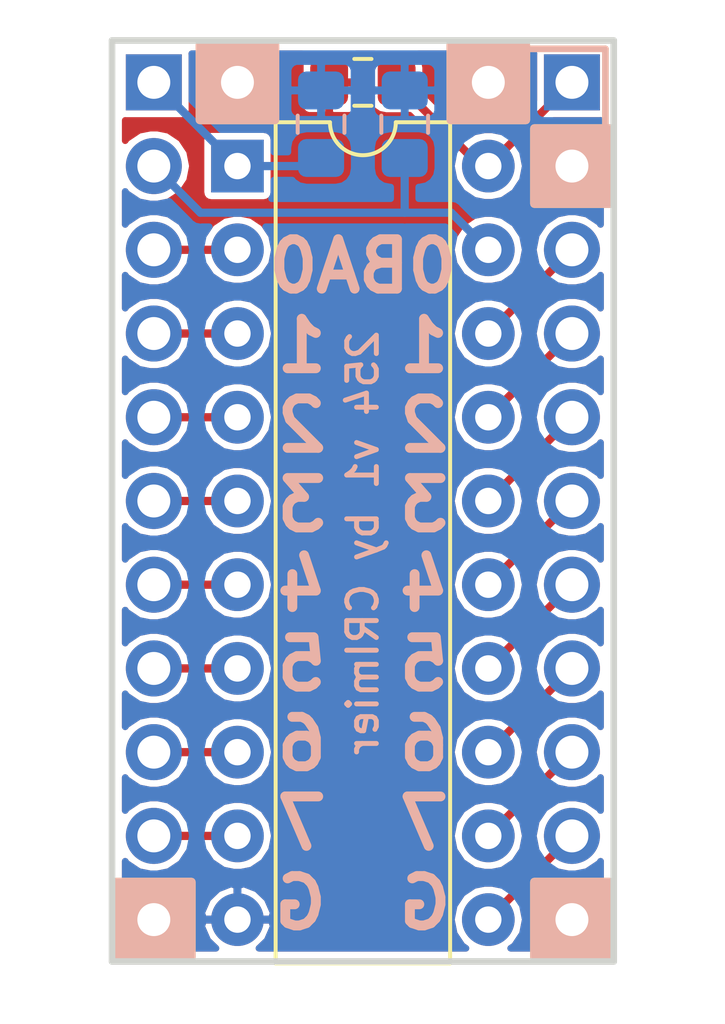
<source format=kicad_pcb>
(kicad_pcb (version 20171130) (host pcbnew 5.0.2-bee76a0~70~ubuntu18.04.1)

  (general
    (thickness 1.6)
    (drawings 11)
    (tracks 28)
    (zones 0)
    (modules 8)
    (nets 21)
  )

  (page A4)
  (layers
    (0 F.Cu signal)
    (31 B.Cu signal)
    (32 B.Adhes user)
    (33 F.Adhes user)
    (34 B.Paste user)
    (35 F.Paste user)
    (36 B.SilkS user)
    (37 F.SilkS user)
    (38 B.Mask user)
    (39 F.Mask user)
    (40 Dwgs.User user)
    (41 Cmts.User user)
    (42 Eco1.User user)
    (43 Eco2.User user)
    (44 Edge.Cuts user)
    (45 Margin user)
    (46 B.CrtYd user)
    (47 F.CrtYd user)
    (48 B.Fab user)
    (49 F.Fab user)
  )

  (setup
    (last_trace_width 0.25)
    (trace_clearance 0.2)
    (zone_clearance 0.508)
    (zone_45_only no)
    (trace_min 0.2)
    (segment_width 0.2)
    (edge_width 0.15)
    (via_size 0.8)
    (via_drill 0.4)
    (via_min_size 0.4)
    (via_min_drill 0.3)
    (uvia_size 0.3)
    (uvia_drill 0.1)
    (uvias_allowed no)
    (uvia_min_size 0.2)
    (uvia_min_drill 0.1)
    (pcb_text_width 0.3)
    (pcb_text_size 1.5 1.5)
    (mod_edge_width 0.15)
    (mod_text_size 1 1)
    (mod_text_width 0.15)
    (pad_size 1.524 1.524)
    (pad_drill 0.762)
    (pad_to_mask_clearance 0.051)
    (solder_mask_min_width 0.25)
    (aux_axis_origin 0 0)
    (visible_elements FFFFFF7F)
    (pcbplotparams
      (layerselection 0x010fc_ffffffff)
      (usegerberextensions false)
      (usegerberattributes false)
      (usegerberadvancedattributes false)
      (creategerberjobfile false)
      (excludeedgelayer true)
      (linewidth 0.100000)
      (plotframeref false)
      (viasonmask false)
      (mode 1)
      (useauxorigin false)
      (hpglpennumber 1)
      (hpglpenspeed 20)
      (hpglpendiameter 15.000000)
      (psnegative false)
      (psa4output false)
      (plotreference true)
      (plotvalue true)
      (plotinvisibletext false)
      (padsonsilk false)
      (subtractmaskfromsilk false)
      (outputformat 1)
      (mirror false)
      (drillshape 1)
      (scaleselection 1)
      (outputdirectory ""))
  )

  (net 0 "")
  (net 1 EN)
  (net 2 GND)
  (net 3 DIR)
  (net 4 "Net-(J2-Pad10)")
  (net 5 "Net-(J1-Pad3)")
  (net 6 "Net-(J2-Pad9)")
  (net 7 "Net-(J1-Pad4)")
  (net 8 "Net-(J2-Pad8)")
  (net 9 "Net-(J1-Pad5)")
  (net 10 "Net-(J2-Pad7)")
  (net 11 "Net-(J1-Pad6)")
  (net 12 "Net-(J2-Pad6)")
  (net 13 "Net-(J1-Pad7)")
  (net 14 "Net-(J2-Pad5)")
  (net 15 "Net-(J1-Pad8)")
  (net 16 "Net-(J2-Pad4)")
  (net 17 "Net-(J1-Pad9)")
  (net 18 "Net-(J2-Pad3)")
  (net 19 "Net-(J1-Pad10)")
  (net 20 VCC)

  (net_class Default "This is the default net class."
    (clearance 0.2)
    (trace_width 0.25)
    (via_dia 0.8)
    (via_drill 0.4)
    (uvia_dia 0.3)
    (uvia_drill 0.1)
    (add_net DIR)
    (add_net EN)
    (add_net GND)
    (add_net "Net-(J1-Pad10)")
    (add_net "Net-(J1-Pad3)")
    (add_net "Net-(J1-Pad4)")
    (add_net "Net-(J1-Pad5)")
    (add_net "Net-(J1-Pad6)")
    (add_net "Net-(J1-Pad7)")
    (add_net "Net-(J1-Pad8)")
    (add_net "Net-(J1-Pad9)")
    (add_net "Net-(J2-Pad10)")
    (add_net "Net-(J2-Pad3)")
    (add_net "Net-(J2-Pad4)")
    (add_net "Net-(J2-Pad5)")
    (add_net "Net-(J2-Pad6)")
    (add_net "Net-(J2-Pad7)")
    (add_net "Net-(J2-Pad8)")
    (add_net "Net-(J2-Pad9)")
    (add_net VCC)
  )

  (module 74hc245_breakout:PinHeader_1x11_P2.54mm_Vertical_NoSilk (layer F.Cu) (tedit 5DCB4068) (tstamp 5DD784E2)
    (at 137.16 73.66)
    (descr "Through hole straight pin header, 1x11, 2.54mm pitch, single row")
    (tags "Through hole pin header THT 1x11 2.54mm single row")
    (path /5DCB432C)
    (fp_text reference J2 (at 0 -2.33) (layer F.SilkS) hide
      (effects (font (size 1 1) (thickness 0.15)))
    )
    (fp_text value Conn_01x11 (at 0 27.73) (layer F.Fab)
      (effects (font (size 1 1) (thickness 0.15)))
    )
    (fp_line (start -0.635 -1.27) (end 1.27 -1.27) (layer F.Fab) (width 0.1))
    (fp_line (start 1.27 -1.27) (end 1.27 26.67) (layer F.Fab) (width 0.1))
    (fp_line (start 1.27 26.67) (end -1.27 26.67) (layer F.Fab) (width 0.1))
    (fp_line (start -1.27 26.67) (end -1.27 -0.635) (layer F.Fab) (width 0.1))
    (fp_line (start -1.27 -0.635) (end -0.635 -1.27) (layer F.Fab) (width 0.1))
    (fp_line (start -1.8 -1.8) (end -1.8 27.2) (layer F.CrtYd) (width 0.05))
    (fp_line (start -1.8 27.2) (end 1.8 27.2) (layer F.CrtYd) (width 0.05))
    (fp_line (start 1.8 27.2) (end 1.8 -1.8) (layer F.CrtYd) (width 0.05))
    (fp_line (start 1.8 -1.8) (end -1.8 -1.8) (layer F.CrtYd) (width 0.05))
    (fp_text user %R (at 0 12.7 90) (layer F.Fab)
      (effects (font (size 1 1) (thickness 0.15)))
    )
    (pad 1 thru_hole rect (at 0 0) (size 1.7 1.7) (drill 1) (layers *.Cu *.Mask)
      (net 20 VCC))
    (pad 2 thru_hole oval (at 0 2.54) (size 1.7 1.7) (drill 1) (layers *.Cu *.Mask)
      (net 2 GND))
    (pad 3 thru_hole oval (at 0 5.08) (size 1.7 1.7) (drill 1) (layers *.Cu *.Mask)
      (net 18 "Net-(J2-Pad3)"))
    (pad 4 thru_hole oval (at 0 7.62) (size 1.7 1.7) (drill 1) (layers *.Cu *.Mask)
      (net 16 "Net-(J2-Pad4)"))
    (pad 5 thru_hole oval (at 0 10.16) (size 1.7 1.7) (drill 1) (layers *.Cu *.Mask)
      (net 14 "Net-(J2-Pad5)"))
    (pad 6 thru_hole oval (at 0 12.7) (size 1.7 1.7) (drill 1) (layers *.Cu *.Mask)
      (net 12 "Net-(J2-Pad6)"))
    (pad 7 thru_hole oval (at 0 15.24) (size 1.7 1.7) (drill 1) (layers *.Cu *.Mask)
      (net 10 "Net-(J2-Pad7)"))
    (pad 8 thru_hole oval (at 0 17.78) (size 1.7 1.7) (drill 1) (layers *.Cu *.Mask)
      (net 8 "Net-(J2-Pad8)"))
    (pad 9 thru_hole oval (at 0 20.32) (size 1.7 1.7) (drill 1) (layers *.Cu *.Mask)
      (net 6 "Net-(J2-Pad9)"))
    (pad 10 thru_hole oval (at 0 22.86) (size 1.7 1.7) (drill 1) (layers *.Cu *.Mask)
      (net 4 "Net-(J2-Pad10)"))
    (pad 11 thru_hole oval (at 0 25.4) (size 1.7 1.7) (drill 1) (layers *.Cu *.Mask)
      (net 2 GND))
    (model ${KISYS3DMOD}/Connector_PinHeader_2.54mm.3dshapes/PinHeader_1x11_P2.54mm_Vertical.wrl
      (at (xyz 0 0 0))
      (scale (xyz 1 1 1))
      (rotate (xyz 0 0 0))
    )
  )

  (module 74hc245_breakout:PinHeader_1x11_P2.54mm_Vertical_NoSilk (layer F.Cu) (tedit 5DCB4068) (tstamp 5DD78398)
    (at 124.46 73.66)
    (descr "Through hole straight pin header, 1x11, 2.54mm pitch, single row")
    (tags "Through hole pin header THT 1x11 2.54mm single row")
    (path /5DCB4065)
    (fp_text reference J1 (at 0 -2.33) (layer F.SilkS) hide
      (effects (font (size 1 1) (thickness 0.15)))
    )
    (fp_text value Conn_01x11 (at 0 27.73) (layer F.Fab)
      (effects (font (size 1 1) (thickness 0.15)))
    )
    (fp_line (start -0.635 -1.27) (end 1.27 -1.27) (layer F.Fab) (width 0.1))
    (fp_line (start 1.27 -1.27) (end 1.27 26.67) (layer F.Fab) (width 0.1))
    (fp_line (start 1.27 26.67) (end -1.27 26.67) (layer F.Fab) (width 0.1))
    (fp_line (start -1.27 26.67) (end -1.27 -0.635) (layer F.Fab) (width 0.1))
    (fp_line (start -1.27 -0.635) (end -0.635 -1.27) (layer F.Fab) (width 0.1))
    (fp_line (start -1.8 -1.8) (end -1.8 27.2) (layer F.CrtYd) (width 0.05))
    (fp_line (start -1.8 27.2) (end 1.8 27.2) (layer F.CrtYd) (width 0.05))
    (fp_line (start 1.8 27.2) (end 1.8 -1.8) (layer F.CrtYd) (width 0.05))
    (fp_line (start 1.8 -1.8) (end -1.8 -1.8) (layer F.CrtYd) (width 0.05))
    (fp_text user %R (at 0 12.7 90) (layer F.Fab)
      (effects (font (size 1 1) (thickness 0.15)))
    )
    (pad 1 thru_hole rect (at 0 0) (size 1.7 1.7) (drill 1) (layers *.Cu *.Mask)
      (net 3 DIR))
    (pad 2 thru_hole oval (at 0 2.54) (size 1.7 1.7) (drill 1) (layers *.Cu *.Mask)
      (net 1 EN))
    (pad 3 thru_hole oval (at 0 5.08) (size 1.7 1.7) (drill 1) (layers *.Cu *.Mask)
      (net 5 "Net-(J1-Pad3)"))
    (pad 4 thru_hole oval (at 0 7.62) (size 1.7 1.7) (drill 1) (layers *.Cu *.Mask)
      (net 7 "Net-(J1-Pad4)"))
    (pad 5 thru_hole oval (at 0 10.16) (size 1.7 1.7) (drill 1) (layers *.Cu *.Mask)
      (net 9 "Net-(J1-Pad5)"))
    (pad 6 thru_hole oval (at 0 12.7) (size 1.7 1.7) (drill 1) (layers *.Cu *.Mask)
      (net 11 "Net-(J1-Pad6)"))
    (pad 7 thru_hole oval (at 0 15.24) (size 1.7 1.7) (drill 1) (layers *.Cu *.Mask)
      (net 13 "Net-(J1-Pad7)"))
    (pad 8 thru_hole oval (at 0 17.78) (size 1.7 1.7) (drill 1) (layers *.Cu *.Mask)
      (net 15 "Net-(J1-Pad8)"))
    (pad 9 thru_hole oval (at 0 20.32) (size 1.7 1.7) (drill 1) (layers *.Cu *.Mask)
      (net 17 "Net-(J1-Pad9)"))
    (pad 10 thru_hole oval (at 0 22.86) (size 1.7 1.7) (drill 1) (layers *.Cu *.Mask)
      (net 19 "Net-(J1-Pad10)"))
    (pad 11 thru_hole oval (at 0 25.4) (size 1.7 1.7) (drill 1) (layers *.Cu *.Mask)
      (net 2 GND))
    (model ${KISYS3DMOD}/Connector_PinHeader_2.54mm.3dshapes/PinHeader_1x11_P2.54mm_Vertical.wrl
      (at (xyz 0 0 0))
      (scale (xyz 1 1 1))
      (rotate (xyz 0 0 0))
    )
  )

  (module 74hc245_breakout:PinHeader_1x01_P2.54mm_Vertical_NoSilk (layer F.Cu) (tedit 5DCB4172) (tstamp 5DD78B6B)
    (at 127 73.66 90)
    (descr "Through hole straight pin header, 1x01, 2.54mm pitch, single row")
    (tags "Through hole pin header THT 1x01 2.54mm single row")
    (path /5DCB4DD2)
    (fp_text reference J3 (at 0 -2.33 90) (layer F.SilkS) hide
      (effects (font (size 1 1) (thickness 0.15)))
    )
    (fp_text value G (at 0 2.33 90) (layer F.Fab)
      (effects (font (size 1 1) (thickness 0.15)))
    )
    (fp_line (start -0.635 -1.27) (end 1.27 -1.27) (layer F.Fab) (width 0.1))
    (fp_line (start 1.27 -1.27) (end 1.27 1.27) (layer F.Fab) (width 0.1))
    (fp_line (start 1.27 1.27) (end -1.27 1.27) (layer F.Fab) (width 0.1))
    (fp_line (start -1.27 1.27) (end -1.27 -0.635) (layer F.Fab) (width 0.1))
    (fp_line (start -1.27 -0.635) (end -0.635 -1.27) (layer F.Fab) (width 0.1))
    (fp_line (start -1.8 -1.8) (end -1.8 1.8) (layer F.CrtYd) (width 0.05))
    (fp_line (start -1.8 1.8) (end 1.8 1.8) (layer F.CrtYd) (width 0.05))
    (fp_line (start 1.8 1.8) (end 1.8 -1.8) (layer F.CrtYd) (width 0.05))
    (fp_line (start 1.8 -1.8) (end -1.8 -1.8) (layer F.CrtYd) (width 0.05))
    (fp_text user %R (at 0 0 180) (layer F.Fab)
      (effects (font (size 1 1) (thickness 0.15)))
    )
    (pad 1 thru_hole rect (at 0 0 90) (size 1.7 1.7) (drill 1) (layers *.Cu *.Mask)
      (net 2 GND))
    (model ${KISYS3DMOD}/Connector_PinHeader_2.54mm.3dshapes/PinHeader_1x01_P2.54mm_Vertical.wrl
      (at (xyz 0 0 0))
      (scale (xyz 1 1 1))
      (rotate (xyz 0 0 0))
    )
  )

  (module 74hc245_breakout:PinHeader_1x01_P2.54mm_Vertical_NoSilk (layer F.Cu) (tedit 5DCB4054) (tstamp 5DD78B93)
    (at 134.62 73.66)
    (descr "Through hole straight pin header, 1x01, 2.54mm pitch, single row")
    (tags "Through hole pin header THT 1x01 2.54mm single row")
    (path /5DCB4E77)
    (fp_text reference J4 (at 0 -2.33) (layer F.SilkS) hide
      (effects (font (size 1 1) (thickness 0.15)))
    )
    (fp_text value G (at 0 2.33) (layer F.Fab)
      (effects (font (size 1 1) (thickness 0.15)))
    )
    (fp_line (start -0.635 -1.27) (end 1.27 -1.27) (layer F.Fab) (width 0.1))
    (fp_line (start 1.27 -1.27) (end 1.27 1.27) (layer F.Fab) (width 0.1))
    (fp_line (start 1.27 1.27) (end -1.27 1.27) (layer F.Fab) (width 0.1))
    (fp_line (start -1.27 1.27) (end -1.27 -0.635) (layer F.Fab) (width 0.1))
    (fp_line (start -1.27 -0.635) (end -0.635 -1.27) (layer F.Fab) (width 0.1))
    (fp_line (start -1.8 -1.8) (end -1.8 1.8) (layer F.CrtYd) (width 0.05))
    (fp_line (start -1.8 1.8) (end 1.8 1.8) (layer F.CrtYd) (width 0.05))
    (fp_line (start 1.8 1.8) (end 1.8 -1.8) (layer F.CrtYd) (width 0.05))
    (fp_line (start 1.8 -1.8) (end -1.8 -1.8) (layer F.CrtYd) (width 0.05))
    (fp_text user %R (at 0 0 90) (layer F.Fab)
      (effects (font (size 1 1) (thickness 0.15)))
    )
    (pad 1 thru_hole rect (at 0 0) (size 1.7 1.7) (drill 1) (layers *.Cu *.Mask)
      (net 2 GND))
    (model ${KISYS3DMOD}/Connector_PinHeader_2.54mm.3dshapes/PinHeader_1x01_P2.54mm_Vertical.wrl
      (at (xyz 0 0 0))
      (scale (xyz 1 1 1))
      (rotate (xyz 0 0 0))
    )
  )

  (module Capacitor_SMD:C_0805_2012Metric_Pad1.15x1.40mm_HandSolder (layer F.Cu) (tedit 5DCB3F5B) (tstamp 5DD783DE)
    (at 130.81 73.66 180)
    (descr "Capacitor SMD 0805 (2012 Metric), square (rectangular) end terminal, IPC_7351 nominal with elongated pad for handsoldering. (Body size source: https://docs.google.com/spreadsheets/d/1BsfQQcO9C6DZCsRaXUlFlo91Tg2WpOkGARC1WS5S8t0/edit?usp=sharing), generated with kicad-footprint-generator")
    (tags "capacitor handsolder")
    (path /5DCB44E9)
    (attr smd)
    (fp_text reference C1 (at 0 -1.65 180) (layer F.SilkS) hide
      (effects (font (size 1 1) (thickness 0.15)))
    )
    (fp_text value 100nF (at 0 1.65 180) (layer F.Fab)
      (effects (font (size 1 1) (thickness 0.15)))
    )
    (fp_line (start -1 0.6) (end -1 -0.6) (layer F.Fab) (width 0.1))
    (fp_line (start -1 -0.6) (end 1 -0.6) (layer F.Fab) (width 0.1))
    (fp_line (start 1 -0.6) (end 1 0.6) (layer F.Fab) (width 0.1))
    (fp_line (start 1 0.6) (end -1 0.6) (layer F.Fab) (width 0.1))
    (fp_line (start -0.261252 -0.71) (end 0.261252 -0.71) (layer F.SilkS) (width 0.12))
    (fp_line (start -0.261252 0.71) (end 0.261252 0.71) (layer F.SilkS) (width 0.12))
    (fp_line (start -1.85 0.95) (end -1.85 -0.95) (layer F.CrtYd) (width 0.05))
    (fp_line (start -1.85 -0.95) (end 1.85 -0.95) (layer F.CrtYd) (width 0.05))
    (fp_line (start 1.85 -0.95) (end 1.85 0.95) (layer F.CrtYd) (width 0.05))
    (fp_line (start 1.85 0.95) (end -1.85 0.95) (layer F.CrtYd) (width 0.05))
    (fp_text user %R (at 0 0 180) (layer F.Fab)
      (effects (font (size 0.5 0.5) (thickness 0.08)))
    )
    (pad 1 smd roundrect (at -1.025 0 180) (size 1.15 1.4) (layers F.Cu F.Paste F.Mask) (roundrect_rratio 0.217391)
      (net 20 VCC))
    (pad 2 smd roundrect (at 1.025 0 180) (size 1.15 1.4) (layers F.Cu F.Paste F.Mask) (roundrect_rratio 0.217391)
      (net 2 GND))
    (model ${KISYS3DMOD}/Capacitor_SMD.3dshapes/C_0805_2012Metric.wrl
      (at (xyz 0 0 0))
      (scale (xyz 1 1 1))
      (rotate (xyz 0 0 0))
    )
  )

  (module Package_DIP:DIP-20_W7.62mm (layer F.Cu) (tedit 5DCB3F41) (tstamp 5DD78379)
    (at 127 76.2)
    (descr "20-lead though-hole mounted DIP package, row spacing 7.62 mm (300 mils)")
    (tags "THT DIP DIL PDIP 2.54mm 7.62mm 300mil")
    (path /5DCB3CD9)
    (fp_text reference U1 (at 3.81 -2.33) (layer F.SilkS) hide
      (effects (font (size 1 1) (thickness 0.15)))
    )
    (fp_text value 74LS245 (at 3.81 25.19) (layer F.Fab)
      (effects (font (size 1 1) (thickness 0.15)))
    )
    (fp_arc (start 3.81 -1.33) (end 2.81 -1.33) (angle -180) (layer F.SilkS) (width 0.12))
    (fp_line (start 1.635 -1.27) (end 6.985 -1.27) (layer F.Fab) (width 0.1))
    (fp_line (start 6.985 -1.27) (end 6.985 24.13) (layer F.Fab) (width 0.1))
    (fp_line (start 6.985 24.13) (end 0.635 24.13) (layer F.Fab) (width 0.1))
    (fp_line (start 0.635 24.13) (end 0.635 -0.27) (layer F.Fab) (width 0.1))
    (fp_line (start 0.635 -0.27) (end 1.635 -1.27) (layer F.Fab) (width 0.1))
    (fp_line (start 2.81 -1.33) (end 1.16 -1.33) (layer F.SilkS) (width 0.12))
    (fp_line (start 1.16 -1.33) (end 1.16 24.19) (layer F.SilkS) (width 0.12))
    (fp_line (start 1.16 24.19) (end 6.46 24.19) (layer F.SilkS) (width 0.12))
    (fp_line (start 6.46 24.19) (end 6.46 -1.33) (layer F.SilkS) (width 0.12))
    (fp_line (start 6.46 -1.33) (end 4.81 -1.33) (layer F.SilkS) (width 0.12))
    (fp_line (start -1.1 -1.55) (end -1.1 24.4) (layer F.CrtYd) (width 0.05))
    (fp_line (start -1.1 24.4) (end 8.7 24.4) (layer F.CrtYd) (width 0.05))
    (fp_line (start 8.7 24.4) (end 8.7 -1.55) (layer F.CrtYd) (width 0.05))
    (fp_line (start 8.7 -1.55) (end -1.1 -1.55) (layer F.CrtYd) (width 0.05))
    (fp_text user %R (at 3.81 11.43) (layer F.Fab)
      (effects (font (size 1 1) (thickness 0.15)))
    )
    (pad 1 thru_hole rect (at 0 0) (size 1.6 1.6) (drill 0.8) (layers *.Cu *.Mask)
      (net 3 DIR))
    (pad 11 thru_hole oval (at 7.62 22.86) (size 1.6 1.6) (drill 0.8) (layers *.Cu *.Mask)
      (net 4 "Net-(J2-Pad10)"))
    (pad 2 thru_hole oval (at 0 2.54) (size 1.6 1.6) (drill 0.8) (layers *.Cu *.Mask)
      (net 5 "Net-(J1-Pad3)"))
    (pad 12 thru_hole oval (at 7.62 20.32) (size 1.6 1.6) (drill 0.8) (layers *.Cu *.Mask)
      (net 6 "Net-(J2-Pad9)"))
    (pad 3 thru_hole oval (at 0 5.08) (size 1.6 1.6) (drill 0.8) (layers *.Cu *.Mask)
      (net 7 "Net-(J1-Pad4)"))
    (pad 13 thru_hole oval (at 7.62 17.78) (size 1.6 1.6) (drill 0.8) (layers *.Cu *.Mask)
      (net 8 "Net-(J2-Pad8)"))
    (pad 4 thru_hole oval (at 0 7.62) (size 1.6 1.6) (drill 0.8) (layers *.Cu *.Mask)
      (net 9 "Net-(J1-Pad5)"))
    (pad 14 thru_hole oval (at 7.62 15.24) (size 1.6 1.6) (drill 0.8) (layers *.Cu *.Mask)
      (net 10 "Net-(J2-Pad7)"))
    (pad 5 thru_hole oval (at 0 10.16) (size 1.6 1.6) (drill 0.8) (layers *.Cu *.Mask)
      (net 11 "Net-(J1-Pad6)"))
    (pad 15 thru_hole oval (at 7.62 12.7) (size 1.6 1.6) (drill 0.8) (layers *.Cu *.Mask)
      (net 12 "Net-(J2-Pad6)"))
    (pad 6 thru_hole oval (at 0 12.7) (size 1.6 1.6) (drill 0.8) (layers *.Cu *.Mask)
      (net 13 "Net-(J1-Pad7)"))
    (pad 16 thru_hole oval (at 7.62 10.16) (size 1.6 1.6) (drill 0.8) (layers *.Cu *.Mask)
      (net 14 "Net-(J2-Pad5)"))
    (pad 7 thru_hole oval (at 0 15.24) (size 1.6 1.6) (drill 0.8) (layers *.Cu *.Mask)
      (net 15 "Net-(J1-Pad8)"))
    (pad 17 thru_hole oval (at 7.62 7.62) (size 1.6 1.6) (drill 0.8) (layers *.Cu *.Mask)
      (net 16 "Net-(J2-Pad4)"))
    (pad 8 thru_hole oval (at 0 17.78) (size 1.6 1.6) (drill 0.8) (layers *.Cu *.Mask)
      (net 17 "Net-(J1-Pad9)"))
    (pad 18 thru_hole oval (at 7.62 5.08) (size 1.6 1.6) (drill 0.8) (layers *.Cu *.Mask)
      (net 18 "Net-(J2-Pad3)"))
    (pad 9 thru_hole oval (at 0 20.32) (size 1.6 1.6) (drill 0.8) (layers *.Cu *.Mask)
      (net 19 "Net-(J1-Pad10)"))
    (pad 19 thru_hole oval (at 7.62 2.54) (size 1.6 1.6) (drill 0.8) (layers *.Cu *.Mask)
      (net 1 EN))
    (pad 10 thru_hole oval (at 0 22.86) (size 1.6 1.6) (drill 0.8) (layers *.Cu *.Mask)
      (net 2 GND))
    (pad 20 thru_hole oval (at 7.62 0) (size 1.6 1.6) (drill 0.8) (layers *.Cu *.Mask)
      (net 20 VCC))
    (model ${KISYS3DMOD}/Package_DIP.3dshapes/DIP-20_W7.62mm.wrl
      (at (xyz 0 0 0))
      (scale (xyz 1 1 1))
      (rotate (xyz 0 0 0))
    )
  )

  (module Resistor_SMD:R_0805_2012Metric_Pad1.15x1.40mm_HandSolder (layer B.Cu) (tedit 5DCB3F58) (tstamp 5DD78898)
    (at 129.54 74.93 90)
    (descr "Resistor SMD 0805 (2012 Metric), square (rectangular) end terminal, IPC_7351 nominal with elongated pad for handsoldering. (Body size source: https://docs.google.com/spreadsheets/d/1BsfQQcO9C6DZCsRaXUlFlo91Tg2WpOkGARC1WS5S8t0/edit?usp=sharing), generated with kicad-footprint-generator")
    (tags "resistor handsolder")
    (path /5DCB49F5)
    (attr smd)
    (fp_text reference R2 (at 0 1.65 90) (layer B.SilkS) hide
      (effects (font (size 1 1) (thickness 0.15)) (justify mirror))
    )
    (fp_text value DIR (at 0 -1.65 90) (layer B.Fab)
      (effects (font (size 1 1) (thickness 0.15)) (justify mirror))
    )
    (fp_text user %R (at 0 0 90) (layer B.Fab)
      (effects (font (size 0.5 0.5) (thickness 0.08)) (justify mirror))
    )
    (fp_line (start 1.85 -0.95) (end -1.85 -0.95) (layer B.CrtYd) (width 0.05))
    (fp_line (start 1.85 0.95) (end 1.85 -0.95) (layer B.CrtYd) (width 0.05))
    (fp_line (start -1.85 0.95) (end 1.85 0.95) (layer B.CrtYd) (width 0.05))
    (fp_line (start -1.85 -0.95) (end -1.85 0.95) (layer B.CrtYd) (width 0.05))
    (fp_line (start -0.261252 -0.71) (end 0.261252 -0.71) (layer B.SilkS) (width 0.12))
    (fp_line (start -0.261252 0.71) (end 0.261252 0.71) (layer B.SilkS) (width 0.12))
    (fp_line (start 1 -0.6) (end -1 -0.6) (layer B.Fab) (width 0.1))
    (fp_line (start 1 0.6) (end 1 -0.6) (layer B.Fab) (width 0.1))
    (fp_line (start -1 0.6) (end 1 0.6) (layer B.Fab) (width 0.1))
    (fp_line (start -1 -0.6) (end -1 0.6) (layer B.Fab) (width 0.1))
    (pad 2 smd roundrect (at 1.025 0 90) (size 1.15 1.4) (layers B.Cu B.Paste B.Mask) (roundrect_rratio 0.217391)
      (net 2 GND))
    (pad 1 smd roundrect (at -1.025 0 90) (size 1.15 1.4) (layers B.Cu B.Paste B.Mask) (roundrect_rratio 0.217391)
      (net 3 DIR))
    (model ${KISYS3DMOD}/Resistor_SMD.3dshapes/R_0805_2012Metric.wrl
      (at (xyz 0 0 0))
      (scale (xyz 1 1 1))
      (rotate (xyz 0 0 0))
    )
  )

  (module Resistor_SMD:R_0805_2012Metric_Pad1.15x1.40mm_HandSolder (layer B.Cu) (tedit 5DCB3F56) (tstamp 5DD78340)
    (at 132.08 74.93 90)
    (descr "Resistor SMD 0805 (2012 Metric), square (rectangular) end terminal, IPC_7351 nominal with elongated pad for handsoldering. (Body size source: https://docs.google.com/spreadsheets/d/1BsfQQcO9C6DZCsRaXUlFlo91Tg2WpOkGARC1WS5S8t0/edit?usp=sharing), generated with kicad-footprint-generator")
    (tags "resistor handsolder")
    (path /5DCB4709)
    (attr smd)
    (fp_text reference R1 (at 0 1.65 90) (layer B.SilkS) hide
      (effects (font (size 1 1) (thickness 0.15)) (justify mirror))
    )
    (fp_text value EN (at 0 -1.65 90) (layer B.Fab)
      (effects (font (size 1 1) (thickness 0.15)) (justify mirror))
    )
    (fp_line (start -1 -0.6) (end -1 0.6) (layer B.Fab) (width 0.1))
    (fp_line (start -1 0.6) (end 1 0.6) (layer B.Fab) (width 0.1))
    (fp_line (start 1 0.6) (end 1 -0.6) (layer B.Fab) (width 0.1))
    (fp_line (start 1 -0.6) (end -1 -0.6) (layer B.Fab) (width 0.1))
    (fp_line (start -0.261252 0.71) (end 0.261252 0.71) (layer B.SilkS) (width 0.12))
    (fp_line (start -0.261252 -0.71) (end 0.261252 -0.71) (layer B.SilkS) (width 0.12))
    (fp_line (start -1.85 -0.95) (end -1.85 0.95) (layer B.CrtYd) (width 0.05))
    (fp_line (start -1.85 0.95) (end 1.85 0.95) (layer B.CrtYd) (width 0.05))
    (fp_line (start 1.85 0.95) (end 1.85 -0.95) (layer B.CrtYd) (width 0.05))
    (fp_line (start 1.85 -0.95) (end -1.85 -0.95) (layer B.CrtYd) (width 0.05))
    (fp_text user %R (at 0 0 90) (layer B.Fab)
      (effects (font (size 0.5 0.5) (thickness 0.08)) (justify mirror))
    )
    (pad 1 smd roundrect (at -1.025 0 90) (size 1.15 1.4) (layers B.Cu B.Paste B.Mask) (roundrect_rratio 0.217391)
      (net 1 EN))
    (pad 2 smd roundrect (at 1.025 0 90) (size 1.15 1.4) (layers B.Cu B.Paste B.Mask) (roundrect_rratio 0.217391)
      (net 2 GND))
    (model ${KISYS3DMOD}/Resistor_SMD.3dshapes/R_0805_2012Metric.wrl
      (at (xyz 0 0 0))
      (scale (xyz 1 1 1))
      (rotate (xyz 0 0 0))
    )
  )

  (gr_text "74xx245 breakout\nby CRImier v1" (at 130.81 88.646 270) (layer F.Mask)
    (effects (font (size 1.5 1.5) (thickness 0.3)))
  )
  (gr_line (start 138.176 72.644) (end 135.636 72.644) (layer B.SilkS) (width 0.2))
  (gr_line (start 138.176 75.184) (end 138.176 72.644) (layer B.SilkS) (width 0.2))
  (gr_line (start 138.176 72.644) (end 138.176 75.184) (layer F.SilkS) (width 0.2))
  (gr_line (start 135.636 72.644) (end 138.176 72.644) (layer F.SilkS) (width 0.2))
  (gr_text "254 v1 by CRImier" (at 130.81 87.63 90) (layer B.SilkS)
    (effects (font (size 0.9 0.9) (thickness 0.15)) (justify mirror))
  )
  (gr_text "0BA0\n1  1\n2  2\n3  3\n4  4\n5  5\n6  6\n7  7\nG  G" (at 130.81 88.9) (layer B.SilkS)
    (effects (font (size 1.5 1.5) (thickness 0.3)) (justify mirror))
  )
  (gr_line (start 123.19 100.33) (end 123.19 72.39) (layer Edge.Cuts) (width 0.2))
  (gr_line (start 138.43 100.33) (end 123.19 100.33) (layer Edge.Cuts) (width 0.2))
  (gr_line (start 138.43 72.39) (end 138.43 100.33) (layer Edge.Cuts) (width 0.2))
  (gr_line (start 123.19 72.39) (end 138.43 72.39) (layer Edge.Cuts) (width 0.2))

  (segment (start 133.820001 77.940001) (end 134.62 78.74) (width 0.25) (layer B.Cu) (net 1))
  (segment (start 133.494999 77.614999) (end 133.820001 77.940001) (width 0.25) (layer B.Cu) (net 1))
  (segment (start 124.46 76.2) (end 125.874999 77.614999) (width 0.25) (layer B.Cu) (net 1))
  (segment (start 132.08 75.955) (end 132.08 77.614999) (width 0.25) (layer B.Cu) (net 1))
  (segment (start 125.874999 77.614999) (end 132.08 77.614999) (width 0.25) (layer B.Cu) (net 1))
  (segment (start 132.08 77.614999) (end 133.494999 77.614999) (width 0.25) (layer B.Cu) (net 1))
  (segment (start 129.295 76.2) (end 129.54 75.955) (width 0.25) (layer B.Cu) (net 3))
  (segment (start 127 76.2) (end 129.295 76.2) (width 0.25) (layer B.Cu) (net 3))
  (segment (start 127 76.2) (end 124.46 73.66) (width 0.25) (layer B.Cu) (net 3))
  (segment (start 134.62 99.06) (end 137.16 96.52) (width 0.25) (layer F.Cu) (net 4))
  (segment (start 124.46 78.74) (end 127 78.74) (width 0.25) (layer F.Cu) (net 5))
  (segment (start 137.16 93.98) (end 134.62 96.52) (width 0.25) (layer F.Cu) (net 6))
  (segment (start 127 81.28) (end 124.46 81.28) (width 0.25) (layer F.Cu) (net 7))
  (segment (start 134.62 93.98) (end 137.16 91.44) (width 0.25) (layer F.Cu) (net 8))
  (segment (start 124.46 83.82) (end 127 83.82) (width 0.25) (layer F.Cu) (net 9))
  (segment (start 137.16 88.9) (end 134.62 91.44) (width 0.25) (layer F.Cu) (net 10))
  (segment (start 127 86.36) (end 124.46 86.36) (width 0.25) (layer F.Cu) (net 11))
  (segment (start 134.62 88.9) (end 137.16 86.36) (width 0.25) (layer F.Cu) (net 12))
  (segment (start 124.46 88.9) (end 127 88.9) (width 0.25) (layer F.Cu) (net 13))
  (segment (start 137.16 83.82) (end 134.62 86.36) (width 0.25) (layer F.Cu) (net 14))
  (segment (start 127 91.44) (end 124.46 91.44) (width 0.25) (layer F.Cu) (net 15))
  (segment (start 134.62 83.82) (end 137.16 81.28) (width 0.25) (layer F.Cu) (net 16))
  (segment (start 127 93.98) (end 124.46 93.98) (width 0.25) (layer F.Cu) (net 17))
  (segment (start 137.16 78.74) (end 134.62 81.28) (width 0.25) (layer F.Cu) (net 18))
  (segment (start 124.46 96.52) (end 127 96.52) (width 0.25) (layer F.Cu) (net 19))
  (segment (start 134.375 76.2) (end 134.62 76.2) (width 0.25) (layer F.Cu) (net 20))
  (segment (start 131.835 73.66) (end 134.375 76.2) (width 0.25) (layer F.Cu) (net 20))
  (segment (start 134.62 76.2) (end 137.16 73.66) (width 0.25) (layer F.Cu) (net 20))

  (zone (net 2) (net_name GND) (layer F.Cu) (tstamp 0) (hatch edge 0.508)
    (connect_pads (clearance 0.2))
    (min_thickness 0.2)
    (fill yes (arc_segments 16) (thermal_gap 0.2) (thermal_bridge_width 0.24))
    (polygon
      (pts
        (xy 123.19 72.39) (xy 138.43 72.39) (xy 138.43 100.33) (xy 123.19 100.33)
      )
    )
    (filled_polygon
      (pts
        (xy 138.030001 98.331426) (xy 137.777836 98.09006) (xy 137.359626 97.927457) (xy 137.18 97.985172) (xy 137.18 99.04)
        (xy 137.2 99.04) (xy 137.2 99.08) (xy 137.18 99.08) (xy 137.18 99.1) (xy 137.14 99.1)
        (xy 137.14 99.08) (xy 136.085186 99.08) (xy 136.027459 99.259626) (xy 136.037273 99.308975) (xy 136.218014 99.719672)
        (xy 136.437752 99.93) (xy 135.297901 99.93) (xy 135.413056 99.853056) (xy 135.656177 99.489199) (xy 135.74155 99.06)
        (xy 135.701842 98.860374) (xy 136.027459 98.860374) (xy 136.085186 99.04) (xy 137.14 99.04) (xy 137.14 97.985172)
        (xy 136.960374 97.927457) (xy 136.542164 98.09006) (xy 136.218014 98.400328) (xy 136.037273 98.811025) (xy 136.027459 98.860374)
        (xy 135.701842 98.860374) (xy 135.656177 98.630801) (xy 135.653799 98.627242) (xy 136.691194 97.589846) (xy 136.711293 97.603276)
        (xy 137.046739 97.67) (xy 137.273261 97.67) (xy 137.608707 97.603276) (xy 137.989103 97.349103) (xy 138.030001 97.287895)
      )
    )
    (filled_polygon
      (pts
        (xy 125.85 73.565) (xy 125.925 73.64) (xy 126.98 73.64) (xy 126.98 73.62) (xy 127.02 73.62)
        (xy 127.02 73.64) (xy 128.075 73.64) (xy 128.15 73.565) (xy 128.15 72.79) (xy 128.955736 72.79)
        (xy 128.955672 72.790064) (xy 128.91 72.900327) (xy 128.91 73.565) (xy 128.985 73.64) (xy 129.765 73.64)
        (xy 129.765 73.62) (xy 129.805 73.62) (xy 129.805 73.64) (xy 130.585 73.64) (xy 130.66 73.565)
        (xy 130.66 72.900327) (xy 130.614328 72.790064) (xy 130.614264 72.79) (xy 131.157246 72.79) (xy 131.116935 72.816935)
        (xy 130.996437 72.997274) (xy 130.954123 73.209999) (xy 130.954123 74.110001) (xy 130.996437 74.322726) (xy 131.116935 74.503065)
        (xy 131.297274 74.623563) (xy 131.509999 74.665877) (xy 132.160001 74.665877) (xy 132.226591 74.652631) (xy 133.54416 75.970201)
        (xy 133.49845 76.2) (xy 133.583823 76.629199) (xy 133.826944 76.993056) (xy 134.190801 77.236177) (xy 134.511661 77.3)
        (xy 134.728339 77.3) (xy 135.049199 77.236177) (xy 135.413056 76.993056) (xy 135.656177 76.629199) (xy 135.701841 76.399626)
        (xy 136.027459 76.399626) (xy 136.037273 76.448975) (xy 136.218014 76.859672) (xy 136.542164 77.16994) (xy 136.960374 77.332543)
        (xy 137.14 77.274828) (xy 137.14 76.22) (xy 136.085186 76.22) (xy 136.027459 76.399626) (xy 135.701841 76.399626)
        (xy 135.74155 76.2) (xy 135.701842 76.000374) (xy 136.027459 76.000374) (xy 136.085186 76.18) (xy 137.14 76.18)
        (xy 137.14 75.125172) (xy 136.960374 75.067457) (xy 136.542164 75.23006) (xy 136.218014 75.540328) (xy 136.037273 75.951025)
        (xy 136.027459 76.000374) (xy 135.701842 76.000374) (xy 135.656177 75.770801) (xy 135.653799 75.767242) (xy 136.605164 74.815877)
        (xy 138.01 74.815877) (xy 138.03 74.811899) (xy 138.03 75.471425) (xy 137.777836 75.23006) (xy 137.359626 75.067457)
        (xy 137.18 75.125172) (xy 137.18 76.18) (xy 137.2 76.18) (xy 137.2 76.22) (xy 137.18 76.22)
        (xy 137.18 77.274828) (xy 137.359626 77.332543) (xy 137.777836 77.16994) (xy 138.03 76.928575) (xy 138.03 77.972104)
        (xy 137.989103 77.910897) (xy 137.608707 77.656724) (xy 137.273261 77.59) (xy 137.046739 77.59) (xy 136.711293 77.656724)
        (xy 136.330897 77.910897) (xy 136.076724 78.291293) (xy 135.987471 78.74) (xy 136.076724 79.188707) (xy 136.090154 79.208806)
        (xy 135.052758 80.246201) (xy 135.049199 80.243823) (xy 134.728339 80.18) (xy 134.511661 80.18) (xy 134.190801 80.243823)
        (xy 133.826944 80.486944) (xy 133.583823 80.850801) (xy 133.49845 81.28) (xy 133.583823 81.709199) (xy 133.826944 82.073056)
        (xy 134.190801 82.316177) (xy 134.511661 82.38) (xy 134.728339 82.38) (xy 135.049199 82.316177) (xy 135.413056 82.073056)
        (xy 135.656177 81.709199) (xy 135.74155 81.28) (xy 135.656177 80.850801) (xy 135.653799 80.847242) (xy 136.691194 79.809846)
        (xy 136.711293 79.823276) (xy 137.046739 79.89) (xy 137.273261 79.89) (xy 137.608707 79.823276) (xy 137.989103 79.569103)
        (xy 138.03 79.507896) (xy 138.03 80.512104) (xy 137.989103 80.450897) (xy 137.608707 80.196724) (xy 137.273261 80.13)
        (xy 137.046739 80.13) (xy 136.711293 80.196724) (xy 136.330897 80.450897) (xy 136.076724 80.831293) (xy 135.987471 81.28)
        (xy 136.076724 81.728707) (xy 136.090154 81.748806) (xy 135.052758 82.786201) (xy 135.049199 82.783823) (xy 134.728339 82.72)
        (xy 134.511661 82.72) (xy 134.190801 82.783823) (xy 133.826944 83.026944) (xy 133.583823 83.390801) (xy 133.49845 83.82)
        (xy 133.583823 84.249199) (xy 133.826944 84.613056) (xy 134.190801 84.856177) (xy 134.511661 84.92) (xy 134.728339 84.92)
        (xy 135.049199 84.856177) (xy 135.413056 84.613056) (xy 135.656177 84.249199) (xy 135.74155 83.82) (xy 135.656177 83.390801)
        (xy 135.653799 83.387242) (xy 136.691194 82.349846) (xy 136.711293 82.363276) (xy 137.046739 82.43) (xy 137.273261 82.43)
        (xy 137.608707 82.363276) (xy 137.989103 82.109103) (xy 138.03 82.047896) (xy 138.03 83.052104) (xy 137.989103 82.990897)
        (xy 137.608707 82.736724) (xy 137.273261 82.67) (xy 137.046739 82.67) (xy 136.711293 82.736724) (xy 136.330897 82.990897)
        (xy 136.076724 83.371293) (xy 135.987471 83.82) (xy 136.076724 84.268707) (xy 136.090154 84.288806) (xy 135.052758 85.326201)
        (xy 135.049199 85.323823) (xy 134.728339 85.26) (xy 134.511661 85.26) (xy 134.190801 85.323823) (xy 133.826944 85.566944)
        (xy 133.583823 85.930801) (xy 133.49845 86.36) (xy 133.583823 86.789199) (xy 133.826944 87.153056) (xy 134.190801 87.396177)
        (xy 134.511661 87.46) (xy 134.728339 87.46) (xy 135.049199 87.396177) (xy 135.413056 87.153056) (xy 135.656177 86.789199)
        (xy 135.74155 86.36) (xy 135.656177 85.930801) (xy 135.653799 85.927242) (xy 136.691194 84.889846) (xy 136.711293 84.903276)
        (xy 137.046739 84.97) (xy 137.273261 84.97) (xy 137.608707 84.903276) (xy 137.989103 84.649103) (xy 138.03 84.587896)
        (xy 138.03 85.592104) (xy 137.989103 85.530897) (xy 137.608707 85.276724) (xy 137.273261 85.21) (xy 137.046739 85.21)
        (xy 136.711293 85.276724) (xy 136.330897 85.530897) (xy 136.076724 85.911293) (xy 135.987471 86.36) (xy 136.076724 86.808707)
        (xy 136.090154 86.828806) (xy 135.052758 87.866201) (xy 135.049199 87.863823) (xy 134.728339 87.8) (xy 134.511661 87.8)
        (xy 134.190801 87.863823) (xy 133.826944 88.106944) (xy 133.583823 88.470801) (xy 133.49845 88.9) (xy 133.583823 89.329199)
        (xy 133.826944 89.693056) (xy 134.190801 89.936177) (xy 134.511661 90) (xy 134.728339 90) (xy 135.049199 89.936177)
        (xy 135.413056 89.693056) (xy 135.656177 89.329199) (xy 135.74155 88.9) (xy 135.656177 88.470801) (xy 135.653799 88.467242)
        (xy 136.691194 87.429846) (xy 136.711293 87.443276) (xy 137.046739 87.51) (xy 137.273261 87.51) (xy 137.608707 87.443276)
        (xy 137.989103 87.189103) (xy 138.030001 87.127896) (xy 138.030001 88.132104) (xy 137.989103 88.070897) (xy 137.608707 87.816724)
        (xy 137.273261 87.75) (xy 137.046739 87.75) (xy 136.711293 87.816724) (xy 136.330897 88.070897) (xy 136.076724 88.451293)
        (xy 135.987471 88.9) (xy 136.076724 89.348707) (xy 136.090154 89.368806) (xy 135.052758 90.406201) (xy 135.049199 90.403823)
        (xy 134.728339 90.34) (xy 134.511661 90.34) (xy 134.190801 90.403823) (xy 133.826944 90.646944) (xy 133.583823 91.010801)
        (xy 133.49845 91.44) (xy 133.583823 91.869199) (xy 133.826944 92.233056) (xy 134.190801 92.476177) (xy 134.511661 92.54)
        (xy 134.728339 92.54) (xy 135.049199 92.476177) (xy 135.413056 92.233056) (xy 135.656177 91.869199) (xy 135.74155 91.44)
        (xy 135.656177 91.010801) (xy 135.653799 91.007242) (xy 136.691194 89.969846) (xy 136.711293 89.983276) (xy 137.046739 90.05)
        (xy 137.273261 90.05) (xy 137.608707 89.983276) (xy 137.989103 89.729103) (xy 138.030001 89.667896) (xy 138.030001 90.672105)
        (xy 137.989103 90.610897) (xy 137.608707 90.356724) (xy 137.273261 90.29) (xy 137.046739 90.29) (xy 136.711293 90.356724)
        (xy 136.330897 90.610897) (xy 136.076724 90.991293) (xy 135.987471 91.44) (xy 136.076724 91.888707) (xy 136.090154 91.908806)
        (xy 135.052758 92.946201) (xy 135.049199 92.943823) (xy 134.728339 92.88) (xy 134.511661 92.88) (xy 134.190801 92.943823)
        (xy 133.826944 93.186944) (xy 133.583823 93.550801) (xy 133.49845 93.98) (xy 133.583823 94.409199) (xy 133.826944 94.773056)
        (xy 134.190801 95.016177) (xy 134.511661 95.08) (xy 134.728339 95.08) (xy 135.049199 95.016177) (xy 135.413056 94.773056)
        (xy 135.656177 94.409199) (xy 135.74155 93.98) (xy 135.656177 93.550801) (xy 135.653799 93.547242) (xy 136.691194 92.509846)
        (xy 136.711293 92.523276) (xy 137.046739 92.59) (xy 137.273261 92.59) (xy 137.608707 92.523276) (xy 137.989103 92.269103)
        (xy 138.030001 92.207895) (xy 138.030001 93.212105) (xy 137.989103 93.150897) (xy 137.608707 92.896724) (xy 137.273261 92.83)
        (xy 137.046739 92.83) (xy 136.711293 92.896724) (xy 136.330897 93.150897) (xy 136.076724 93.531293) (xy 135.987471 93.98)
        (xy 136.076724 94.428707) (xy 136.090154 94.448806) (xy 135.052758 95.486201) (xy 135.049199 95.483823) (xy 134.728339 95.42)
        (xy 134.511661 95.42) (xy 134.190801 95.483823) (xy 133.826944 95.726944) (xy 133.583823 96.090801) (xy 133.49845 96.52)
        (xy 133.583823 96.949199) (xy 133.826944 97.313056) (xy 134.190801 97.556177) (xy 134.511661 97.62) (xy 134.728339 97.62)
        (xy 135.049199 97.556177) (xy 135.413056 97.313056) (xy 135.656177 96.949199) (xy 135.74155 96.52) (xy 135.656177 96.090801)
        (xy 135.653799 96.087242) (xy 136.691194 95.049846) (xy 136.711293 95.063276) (xy 137.046739 95.13) (xy 137.273261 95.13)
        (xy 137.608707 95.063276) (xy 137.989103 94.809103) (xy 138.030001 94.747895) (xy 138.030001 95.752105) (xy 137.989103 95.690897)
        (xy 137.608707 95.436724) (xy 137.273261 95.37) (xy 137.046739 95.37) (xy 136.711293 95.436724) (xy 136.330897 95.690897)
        (xy 136.076724 96.071293) (xy 135.987471 96.52) (xy 136.076724 96.968707) (xy 136.090154 96.988806) (xy 135.052758 98.026201)
        (xy 135.049199 98.023823) (xy 134.728339 97.96) (xy 134.511661 97.96) (xy 134.190801 98.023823) (xy 133.826944 98.266944)
        (xy 133.583823 98.630801) (xy 133.49845 99.06) (xy 133.583823 99.489199) (xy 133.826944 99.853056) (xy 133.942099 99.93)
        (xy 127.651478 99.93) (xy 127.90153 99.690278) (xy 128.074102 99.2973) (xy 128.083149 99.251803) (xy 128.024805 99.08)
        (xy 127.02 99.08) (xy 127.02 99.1) (xy 126.98 99.1) (xy 126.98 99.08) (xy 125.975195 99.08)
        (xy 125.916851 99.251803) (xy 125.925898 99.2973) (xy 126.09847 99.690278) (xy 126.348522 99.93) (xy 125.182248 99.93)
        (xy 125.401986 99.719672) (xy 125.582727 99.308975) (xy 125.592541 99.259626) (xy 125.534814 99.08) (xy 124.48 99.08)
        (xy 124.48 99.1) (xy 124.44 99.1) (xy 124.44 99.08) (xy 124.42 99.08) (xy 124.42 99.04)
        (xy 124.44 99.04) (xy 124.44 97.985172) (xy 124.48 97.985172) (xy 124.48 99.04) (xy 125.534814 99.04)
        (xy 125.590026 98.868197) (xy 125.916851 98.868197) (xy 125.975195 99.04) (xy 126.98 99.04) (xy 126.98 98.03518)
        (xy 127.02 98.03518) (xy 127.02 99.04) (xy 128.024805 99.04) (xy 128.083149 98.868197) (xy 128.074102 98.8227)
        (xy 127.90153 98.429722) (xy 127.591708 98.132699) (xy 127.191804 97.976849) (xy 127.02 98.03518) (xy 126.98 98.03518)
        (xy 126.808196 97.976849) (xy 126.408292 98.132699) (xy 126.09847 98.429722) (xy 125.925898 98.8227) (xy 125.916851 98.868197)
        (xy 125.590026 98.868197) (xy 125.592541 98.860374) (xy 125.582727 98.811025) (xy 125.401986 98.400328) (xy 125.077836 98.09006)
        (xy 124.659626 97.927457) (xy 124.48 97.985172) (xy 124.44 97.985172) (xy 124.260374 97.927457) (xy 123.842164 98.09006)
        (xy 123.59 98.331425) (xy 123.59 97.287896) (xy 123.630897 97.349103) (xy 124.011293 97.603276) (xy 124.346739 97.67)
        (xy 124.573261 97.67) (xy 124.908707 97.603276) (xy 125.289103 97.349103) (xy 125.543276 96.968707) (xy 125.547992 96.945)
        (xy 125.962988 96.945) (xy 125.963823 96.949199) (xy 126.206944 97.313056) (xy 126.570801 97.556177) (xy 126.891661 97.62)
        (xy 127.108339 97.62) (xy 127.429199 97.556177) (xy 127.793056 97.313056) (xy 128.036177 96.949199) (xy 128.12155 96.52)
        (xy 128.036177 96.090801) (xy 127.793056 95.726944) (xy 127.429199 95.483823) (xy 127.108339 95.42) (xy 126.891661 95.42)
        (xy 126.570801 95.483823) (xy 126.206944 95.726944) (xy 125.963823 96.090801) (xy 125.962988 96.095) (xy 125.547992 96.095)
        (xy 125.543276 96.071293) (xy 125.289103 95.690897) (xy 124.908707 95.436724) (xy 124.573261 95.37) (xy 124.346739 95.37)
        (xy 124.011293 95.436724) (xy 123.630897 95.690897) (xy 123.59 95.752104) (xy 123.59 94.747896) (xy 123.630897 94.809103)
        (xy 124.011293 95.063276) (xy 124.346739 95.13) (xy 124.573261 95.13) (xy 124.908707 95.063276) (xy 125.289103 94.809103)
        (xy 125.543276 94.428707) (xy 125.547992 94.405) (xy 125.962988 94.405) (xy 125.963823 94.409199) (xy 126.206944 94.773056)
        (xy 126.570801 95.016177) (xy 126.891661 95.08) (xy 127.108339 95.08) (xy 127.429199 95.016177) (xy 127.793056 94.773056)
        (xy 128.036177 94.409199) (xy 128.12155 93.98) (xy 128.036177 93.550801) (xy 127.793056 93.186944) (xy 127.429199 92.943823)
        (xy 127.108339 92.88) (xy 126.891661 92.88) (xy 126.570801 92.943823) (xy 126.206944 93.186944) (xy 125.963823 93.550801)
        (xy 125.962988 93.555) (xy 125.547992 93.555) (xy 125.543276 93.531293) (xy 125.289103 93.150897) (xy 124.908707 92.896724)
        (xy 124.573261 92.83) (xy 124.346739 92.83) (xy 124.011293 92.896724) (xy 123.630897 93.150897) (xy 123.59 93.212104)
        (xy 123.59 92.207896) (xy 123.630897 92.269103) (xy 124.011293 92.523276) (xy 124.346739 92.59) (xy 124.573261 92.59)
        (xy 124.908707 92.523276) (xy 125.289103 92.269103) (xy 125.543276 91.888707) (xy 125.547992 91.865) (xy 125.962988 91.865)
        (xy 125.963823 91.869199) (xy 126.206944 92.233056) (xy 126.570801 92.476177) (xy 126.891661 92.54) (xy 127.108339 92.54)
        (xy 127.429199 92.476177) (xy 127.793056 92.233056) (xy 128.036177 91.869199) (xy 128.12155 91.44) (xy 128.036177 91.010801)
        (xy 127.793056 90.646944) (xy 127.429199 90.403823) (xy 127.108339 90.34) (xy 126.891661 90.34) (xy 126.570801 90.403823)
        (xy 126.206944 90.646944) (xy 125.963823 91.010801) (xy 125.962988 91.015) (xy 125.547992 91.015) (xy 125.543276 90.991293)
        (xy 125.289103 90.610897) (xy 124.908707 90.356724) (xy 124.573261 90.29) (xy 124.346739 90.29) (xy 124.011293 90.356724)
        (xy 123.630897 90.610897) (xy 123.59 90.672104) (xy 123.59 89.667896) (xy 123.630897 89.729103) (xy 124.011293 89.983276)
        (xy 124.346739 90.05) (xy 124.573261 90.05) (xy 124.908707 89.983276) (xy 125.289103 89.729103) (xy 125.543276 89.348707)
        (xy 125.547992 89.325) (xy 125.962988 89.325) (xy 125.963823 89.329199) (xy 126.206944 89.693056) (xy 126.570801 89.936177)
        (xy 126.891661 90) (xy 127.108339 90) (xy 127.429199 89.936177) (xy 127.793056 89.693056) (xy 128.036177 89.329199)
        (xy 128.12155 88.9) (xy 128.036177 88.470801) (xy 127.793056 88.106944) (xy 127.429199 87.863823) (xy 127.108339 87.8)
        (xy 126.891661 87.8) (xy 126.570801 87.863823) (xy 126.206944 88.106944) (xy 125.963823 88.470801) (xy 125.962988 88.475)
        (xy 125.547992 88.475) (xy 125.543276 88.451293) (xy 125.289103 88.070897) (xy 124.908707 87.816724) (xy 124.573261 87.75)
        (xy 124.346739 87.75) (xy 124.011293 87.816724) (xy 123.630897 88.070897) (xy 123.59 88.132104) (xy 123.59 87.127896)
        (xy 123.630897 87.189103) (xy 124.011293 87.443276) (xy 124.346739 87.51) (xy 124.573261 87.51) (xy 124.908707 87.443276)
        (xy 125.289103 87.189103) (xy 125.543276 86.808707) (xy 125.547992 86.785) (xy 125.962988 86.785) (xy 125.963823 86.789199)
        (xy 126.206944 87.153056) (xy 126.570801 87.396177) (xy 126.891661 87.46) (xy 127.108339 87.46) (xy 127.429199 87.396177)
        (xy 127.793056 87.153056) (xy 128.036177 86.789199) (xy 128.12155 86.36) (xy 128.036177 85.930801) (xy 127.793056 85.566944)
        (xy 127.429199 85.323823) (xy 127.108339 85.26) (xy 126.891661 85.26) (xy 126.570801 85.323823) (xy 126.206944 85.566944)
        (xy 125.963823 85.930801) (xy 125.962988 85.935) (xy 125.547992 85.935) (xy 125.543276 85.911293) (xy 125.289103 85.530897)
        (xy 124.908707 85.276724) (xy 124.573261 85.21) (xy 124.346739 85.21) (xy 124.011293 85.276724) (xy 123.630897 85.530897)
        (xy 123.59 85.592104) (xy 123.59 84.587896) (xy 123.630897 84.649103) (xy 124.011293 84.903276) (xy 124.346739 84.97)
        (xy 124.573261 84.97) (xy 124.908707 84.903276) (xy 125.289103 84.649103) (xy 125.543276 84.268707) (xy 125.547992 84.245)
        (xy 125.962988 84.245) (xy 125.963823 84.249199) (xy 126.206944 84.613056) (xy 126.570801 84.856177) (xy 126.891661 84.92)
        (xy 127.108339 84.92) (xy 127.429199 84.856177) (xy 127.793056 84.613056) (xy 128.036177 84.249199) (xy 128.12155 83.82)
        (xy 128.036177 83.390801) (xy 127.793056 83.026944) (xy 127.429199 82.783823) (xy 127.108339 82.72) (xy 126.891661 82.72)
        (xy 126.570801 82.783823) (xy 126.206944 83.026944) (xy 125.963823 83.390801) (xy 125.962988 83.395) (xy 125.547992 83.395)
        (xy 125.543276 83.371293) (xy 125.289103 82.990897) (xy 124.908707 82.736724) (xy 124.573261 82.67) (xy 124.346739 82.67)
        (xy 124.011293 82.736724) (xy 123.630897 82.990897) (xy 123.59 83.052104) (xy 123.59 82.047896) (xy 123.630897 82.109103)
        (xy 124.011293 82.363276) (xy 124.346739 82.43) (xy 124.573261 82.43) (xy 124.908707 82.363276) (xy 125.289103 82.109103)
        (xy 125.543276 81.728707) (xy 125.547992 81.705) (xy 125.962988 81.705) (xy 125.963823 81.709199) (xy 126.206944 82.073056)
        (xy 126.570801 82.316177) (xy 126.891661 82.38) (xy 127.108339 82.38) (xy 127.429199 82.316177) (xy 127.793056 82.073056)
        (xy 128.036177 81.709199) (xy 128.12155 81.28) (xy 128.036177 80.850801) (xy 127.793056 80.486944) (xy 127.429199 80.243823)
        (xy 127.108339 80.18) (xy 126.891661 80.18) (xy 126.570801 80.243823) (xy 126.206944 80.486944) (xy 125.963823 80.850801)
        (xy 125.962988 80.855) (xy 125.547992 80.855) (xy 125.543276 80.831293) (xy 125.289103 80.450897) (xy 124.908707 80.196724)
        (xy 124.573261 80.13) (xy 124.346739 80.13) (xy 124.011293 80.196724) (xy 123.630897 80.450897) (xy 123.59 80.512104)
        (xy 123.59 79.507896) (xy 123.630897 79.569103) (xy 124.011293 79.823276) (xy 124.346739 79.89) (xy 124.573261 79.89)
        (xy 124.908707 79.823276) (xy 125.289103 79.569103) (xy 125.543276 79.188707) (xy 125.547992 79.165) (xy 125.962988 79.165)
        (xy 125.963823 79.169199) (xy 126.206944 79.533056) (xy 126.570801 79.776177) (xy 126.891661 79.84) (xy 127.108339 79.84)
        (xy 127.429199 79.776177) (xy 127.793056 79.533056) (xy 128.036177 79.169199) (xy 128.12155 78.74) (xy 133.49845 78.74)
        (xy 133.583823 79.169199) (xy 133.826944 79.533056) (xy 134.190801 79.776177) (xy 134.511661 79.84) (xy 134.728339 79.84)
        (xy 135.049199 79.776177) (xy 135.413056 79.533056) (xy 135.656177 79.169199) (xy 135.74155 78.74) (xy 135.656177 78.310801)
        (xy 135.413056 77.946944) (xy 135.049199 77.703823) (xy 134.728339 77.64) (xy 134.511661 77.64) (xy 134.190801 77.703823)
        (xy 133.826944 77.946944) (xy 133.583823 78.310801) (xy 133.49845 78.74) (xy 128.12155 78.74) (xy 128.036177 78.310801)
        (xy 127.793056 77.946944) (xy 127.429199 77.703823) (xy 127.108339 77.64) (xy 126.891661 77.64) (xy 126.570801 77.703823)
        (xy 126.206944 77.946944) (xy 125.963823 78.310801) (xy 125.962988 78.315) (xy 125.547992 78.315) (xy 125.543276 78.291293)
        (xy 125.289103 77.910897) (xy 124.908707 77.656724) (xy 124.573261 77.59) (xy 124.346739 77.59) (xy 124.011293 77.656724)
        (xy 123.630897 77.910897) (xy 123.59 77.972104) (xy 123.59 76.967896) (xy 123.630897 77.029103) (xy 124.011293 77.283276)
        (xy 124.346739 77.35) (xy 124.573261 77.35) (xy 124.908707 77.283276) (xy 125.289103 77.029103) (xy 125.543276 76.648707)
        (xy 125.632529 76.2) (xy 125.543276 75.751293) (xy 125.30855 75.4) (xy 125.894123 75.4) (xy 125.894123 77)
        (xy 125.917407 77.117054) (xy 125.983712 77.216288) (xy 126.082946 77.282593) (xy 126.2 77.305877) (xy 127.8 77.305877)
        (xy 127.917054 77.282593) (xy 128.016288 77.216288) (xy 128.082593 77.117054) (xy 128.105877 77) (xy 128.105877 75.4)
        (xy 128.082593 75.282946) (xy 128.016288 75.183712) (xy 127.917054 75.117407) (xy 127.8 75.094123) (xy 126.2 75.094123)
        (xy 126.082946 75.117407) (xy 125.983712 75.183712) (xy 125.917407 75.282946) (xy 125.894123 75.4) (xy 125.30855 75.4)
        (xy 125.289103 75.370897) (xy 124.908707 75.116724) (xy 124.573261 75.05) (xy 124.346739 75.05) (xy 124.011293 75.116724)
        (xy 123.630897 75.370897) (xy 123.59 75.432104) (xy 123.59 74.811899) (xy 123.61 74.815877) (xy 125.31 74.815877)
        (xy 125.427054 74.792593) (xy 125.526288 74.726288) (xy 125.592593 74.627054) (xy 125.615877 74.51) (xy 125.615877 73.755)
        (xy 125.85 73.755) (xy 125.85 74.569674) (xy 125.895672 74.679937) (xy 125.980064 74.764328) (xy 126.090327 74.81)
        (xy 126.905 74.81) (xy 126.98 74.735) (xy 126.98 73.68) (xy 127.02 73.68) (xy 127.02 74.735)
        (xy 127.095 74.81) (xy 127.909673 74.81) (xy 128.019936 74.764328) (xy 128.104328 74.679937) (xy 128.15 74.569674)
        (xy 128.15 73.755) (xy 128.91 73.755) (xy 128.91 74.419673) (xy 128.955672 74.529936) (xy 129.040063 74.614328)
        (xy 129.150326 74.66) (xy 129.69 74.66) (xy 129.765 74.585) (xy 129.765 73.68) (xy 129.805 73.68)
        (xy 129.805 74.585) (xy 129.88 74.66) (xy 130.419674 74.66) (xy 130.529937 74.614328) (xy 130.614328 74.529936)
        (xy 130.66 74.419673) (xy 130.66 73.755) (xy 130.585 73.68) (xy 129.805 73.68) (xy 129.765 73.68)
        (xy 128.985 73.68) (xy 128.91 73.755) (xy 128.15 73.755) (xy 128.075 73.68) (xy 127.02 73.68)
        (xy 126.98 73.68) (xy 125.925 73.68) (xy 125.85 73.755) (xy 125.615877 73.755) (xy 125.615877 72.81)
        (xy 125.611899 72.79) (xy 125.85 72.79)
      )
    )
    (filled_polygon
      (pts
        (xy 133.47 73.565) (xy 133.545 73.64) (xy 134.6 73.64) (xy 134.6 73.62) (xy 134.64 73.62)
        (xy 134.64 73.64) (xy 135.695 73.64) (xy 135.77 73.565) (xy 135.77 72.79) (xy 136.008101 72.79)
        (xy 136.004123 72.81) (xy 136.004123 74.214836) (xy 135.77 74.448959) (xy 135.77 73.755) (xy 135.695 73.68)
        (xy 134.64 73.68) (xy 134.64 74.735) (xy 134.715 74.81) (xy 135.40896 74.81) (xy 135.052758 75.166201)
        (xy 135.049199 75.163823) (xy 134.728339 75.1) (xy 134.511661 75.1) (xy 134.190801 75.163823) (xy 134.040375 75.264334)
        (xy 132.715877 73.939837) (xy 132.715877 73.755) (xy 133.47 73.755) (xy 133.47 74.569673) (xy 133.515672 74.679936)
        (xy 133.600063 74.764328) (xy 133.710326 74.81) (xy 134.525 74.81) (xy 134.6 74.735) (xy 134.6 73.68)
        (xy 133.545 73.68) (xy 133.47 73.755) (xy 132.715877 73.755) (xy 132.715877 73.209999) (xy 132.673563 72.997274)
        (xy 132.553065 72.816935) (xy 132.512754 72.79) (xy 133.47 72.79)
      )
    )
  )
  (zone (net 2) (net_name GND) (layer B.Cu) (tstamp 5DD79109) (hatch edge 0.508)
    (connect_pads (clearance 0.2))
    (min_thickness 0.2)
    (fill yes (arc_segments 16) (thermal_gap 0.2) (thermal_bridge_width 0.24))
    (polygon
      (pts
        (xy 138.43 72.39) (xy 123.19 72.39) (xy 123.19 100.33) (xy 138.43 100.33)
      )
    )
    (filled_polygon
      (pts
        (xy 125.85 73.565) (xy 125.925 73.64) (xy 126.98 73.64) (xy 126.98 73.62) (xy 127.02 73.62)
        (xy 127.02 73.64) (xy 128.075 73.64) (xy 128.15 73.565) (xy 128.15 73.270326) (xy 128.54 73.270326)
        (xy 128.54 73.81) (xy 128.615 73.885) (xy 129.52 73.885) (xy 129.52 73.105) (xy 129.56 73.105)
        (xy 129.56 73.885) (xy 130.465 73.885) (xy 130.54 73.81) (xy 130.54 73.270326) (xy 131.08 73.270326)
        (xy 131.08 73.81) (xy 131.155 73.885) (xy 132.06 73.885) (xy 132.06 73.105) (xy 132.1 73.105)
        (xy 132.1 73.885) (xy 133.005 73.885) (xy 133.08 73.81) (xy 133.08 73.755) (xy 133.47 73.755)
        (xy 133.47 74.569673) (xy 133.515672 74.679936) (xy 133.600063 74.764328) (xy 133.710326 74.81) (xy 134.525 74.81)
        (xy 134.6 74.735) (xy 134.6 73.68) (xy 134.64 73.68) (xy 134.64 74.735) (xy 134.715 74.81)
        (xy 135.529674 74.81) (xy 135.639937 74.764328) (xy 135.724328 74.679936) (xy 135.77 74.569673) (xy 135.77 73.755)
        (xy 135.695 73.68) (xy 134.64 73.68) (xy 134.6 73.68) (xy 133.545 73.68) (xy 133.47 73.755)
        (xy 133.08 73.755) (xy 133.08 73.270326) (xy 133.034328 73.160063) (xy 132.949936 73.075672) (xy 132.839673 73.03)
        (xy 132.175 73.03) (xy 132.1 73.105) (xy 132.06 73.105) (xy 131.985 73.03) (xy 131.320327 73.03)
        (xy 131.210064 73.075672) (xy 131.125672 73.160063) (xy 131.08 73.270326) (xy 130.54 73.270326) (xy 130.494328 73.160063)
        (xy 130.409936 73.075672) (xy 130.299673 73.03) (xy 129.635 73.03) (xy 129.56 73.105) (xy 129.52 73.105)
        (xy 129.445 73.03) (xy 128.780327 73.03) (xy 128.670064 73.075672) (xy 128.585672 73.160063) (xy 128.54 73.270326)
        (xy 128.15 73.270326) (xy 128.15 72.79) (xy 133.47 72.79) (xy 133.47 73.565) (xy 133.545 73.64)
        (xy 134.6 73.64) (xy 134.6 73.62) (xy 134.64 73.62) (xy 134.64 73.64) (xy 135.695 73.64)
        (xy 135.77 73.565) (xy 135.77 72.79) (xy 136.008101 72.79) (xy 136.004123 72.81) (xy 136.004123 74.51)
        (xy 136.027407 74.627054) (xy 136.093712 74.726288) (xy 136.192946 74.792593) (xy 136.31 74.815877) (xy 138.01 74.815877)
        (xy 138.03 74.811899) (xy 138.03 75.471425) (xy 137.777836 75.23006) (xy 137.359626 75.067457) (xy 137.18 75.125172)
        (xy 137.18 76.18) (xy 137.2 76.18) (xy 137.2 76.22) (xy 137.18 76.22) (xy 137.18 77.274828)
        (xy 137.359626 77.332543) (xy 137.777836 77.16994) (xy 138.03 76.928575) (xy 138.03 77.972104) (xy 137.989103 77.910897)
        (xy 137.608707 77.656724) (xy 137.273261 77.59) (xy 137.046739 77.59) (xy 136.711293 77.656724) (xy 136.330897 77.910897)
        (xy 136.076724 78.291293) (xy 135.987471 78.74) (xy 136.076724 79.188707) (xy 136.330897 79.569103) (xy 136.711293 79.823276)
        (xy 137.046739 79.89) (xy 137.273261 79.89) (xy 137.608707 79.823276) (xy 137.989103 79.569103) (xy 138.03 79.507896)
        (xy 138.03 80.512104) (xy 137.989103 80.450897) (xy 137.608707 80.196724) (xy 137.273261 80.13) (xy 137.046739 80.13)
        (xy 136.711293 80.196724) (xy 136.330897 80.450897) (xy 136.076724 80.831293) (xy 135.987471 81.28) (xy 136.076724 81.728707)
        (xy 136.330897 82.109103) (xy 136.711293 82.363276) (xy 137.046739 82.43) (xy 137.273261 82.43) (xy 137.608707 82.363276)
        (xy 137.989103 82.109103) (xy 138.03 82.047896) (xy 138.03 83.052104) (xy 137.989103 82.990897) (xy 137.608707 82.736724)
        (xy 137.273261 82.67) (xy 137.046739 82.67) (xy 136.711293 82.736724) (xy 136.330897 82.990897) (xy 136.076724 83.371293)
        (xy 135.987471 83.82) (xy 136.076724 84.268707) (xy 136.330897 84.649103) (xy 136.711293 84.903276) (xy 137.046739 84.97)
        (xy 137.273261 84.97) (xy 137.608707 84.903276) (xy 137.989103 84.649103) (xy 138.03 84.587896) (xy 138.03 85.592104)
        (xy 137.989103 85.530897) (xy 137.608707 85.276724) (xy 137.273261 85.21) (xy 137.046739 85.21) (xy 136.711293 85.276724)
        (xy 136.330897 85.530897) (xy 136.076724 85.911293) (xy 135.987471 86.36) (xy 136.076724 86.808707) (xy 136.330897 87.189103)
        (xy 136.711293 87.443276) (xy 137.046739 87.51) (xy 137.273261 87.51) (xy 137.608707 87.443276) (xy 137.989103 87.189103)
        (xy 138.030001 87.127896) (xy 138.030001 88.132104) (xy 137.989103 88.070897) (xy 137.608707 87.816724) (xy 137.273261 87.75)
        (xy 137.046739 87.75) (xy 136.711293 87.816724) (xy 136.330897 88.070897) (xy 136.076724 88.451293) (xy 135.987471 88.9)
        (xy 136.076724 89.348707) (xy 136.330897 89.729103) (xy 136.711293 89.983276) (xy 137.046739 90.05) (xy 137.273261 90.05)
        (xy 137.608707 89.983276) (xy 137.989103 89.729103) (xy 138.030001 89.667896) (xy 138.030001 90.672105) (xy 137.989103 90.610897)
        (xy 137.608707 90.356724) (xy 137.273261 90.29) (xy 137.046739 90.29) (xy 136.711293 90.356724) (xy 136.330897 90.610897)
        (xy 136.076724 90.991293) (xy 135.987471 91.44) (xy 136.076724 91.888707) (xy 136.330897 92.269103) (xy 136.711293 92.523276)
        (xy 137.046739 92.59) (xy 137.273261 92.59) (xy 137.608707 92.523276) (xy 137.989103 92.269103) (xy 138.030001 92.207895)
        (xy 138.030001 93.212105) (xy 137.989103 93.150897) (xy 137.608707 92.896724) (xy 137.273261 92.83) (xy 137.046739 92.83)
        (xy 136.711293 92.896724) (xy 136.330897 93.150897) (xy 136.076724 93.531293) (xy 135.987471 93.98) (xy 136.076724 94.428707)
        (xy 136.330897 94.809103) (xy 136.711293 95.063276) (xy 137.046739 95.13) (xy 137.273261 95.13) (xy 137.608707 95.063276)
        (xy 137.989103 94.809103) (xy 138.030001 94.747895) (xy 138.030001 95.752105) (xy 137.989103 95.690897) (xy 137.608707 95.436724)
        (xy 137.273261 95.37) (xy 137.046739 95.37) (xy 136.711293 95.436724) (xy 136.330897 95.690897) (xy 136.076724 96.071293)
        (xy 135.987471 96.52) (xy 136.076724 96.968707) (xy 136.330897 97.349103) (xy 136.711293 97.603276) (xy 137.046739 97.67)
        (xy 137.273261 97.67) (xy 137.608707 97.603276) (xy 137.989103 97.349103) (xy 138.030001 97.287895) (xy 138.030001 98.331426)
        (xy 137.777836 98.09006) (xy 137.359626 97.927457) (xy 137.18 97.985172) (xy 137.18 99.04) (xy 137.2 99.04)
        (xy 137.2 99.08) (xy 137.18 99.08) (xy 137.18 99.1) (xy 137.14 99.1) (xy 137.14 99.08)
        (xy 136.085186 99.08) (xy 136.027459 99.259626) (xy 136.037273 99.308975) (xy 136.218014 99.719672) (xy 136.437752 99.93)
        (xy 135.297901 99.93) (xy 135.413056 99.853056) (xy 135.656177 99.489199) (xy 135.74155 99.06) (xy 135.701842 98.860374)
        (xy 136.027459 98.860374) (xy 136.085186 99.04) (xy 137.14 99.04) (xy 137.14 97.985172) (xy 136.960374 97.927457)
        (xy 136.542164 98.09006) (xy 136.218014 98.400328) (xy 136.037273 98.811025) (xy 136.027459 98.860374) (xy 135.701842 98.860374)
        (xy 135.656177 98.630801) (xy 135.413056 98.266944) (xy 135.049199 98.023823) (xy 134.728339 97.96) (xy 134.511661 97.96)
        (xy 134.190801 98.023823) (xy 133.826944 98.266944) (xy 133.583823 98.630801) (xy 133.49845 99.06) (xy 133.583823 99.489199)
        (xy 133.826944 99.853056) (xy 133.942099 99.93) (xy 127.651478 99.93) (xy 127.90153 99.690278) (xy 128.074102 99.2973)
        (xy 128.083149 99.251803) (xy 128.024805 99.08) (xy 127.02 99.08) (xy 127.02 99.1) (xy 126.98 99.1)
        (xy 126.98 99.08) (xy 125.975195 99.08) (xy 125.916851 99.251803) (xy 125.925898 99.2973) (xy 126.09847 99.690278)
        (xy 126.348522 99.93) (xy 125.182248 99.93) (xy 125.401986 99.719672) (xy 125.582727 99.308975) (xy 125.592541 99.259626)
        (xy 125.534814 99.08) (xy 124.48 99.08) (xy 124.48 99.1) (xy 124.44 99.1) (xy 124.44 99.08)
        (xy 124.42 99.08) (xy 124.42 99.04) (xy 124.44 99.04) (xy 124.44 97.985172) (xy 124.48 97.985172)
        (xy 124.48 99.04) (xy 125.534814 99.04) (xy 125.590026 98.868197) (xy 125.916851 98.868197) (xy 125.975195 99.04)
        (xy 126.98 99.04) (xy 126.98 98.03518) (xy 127.02 98.03518) (xy 127.02 99.04) (xy 128.024805 99.04)
        (xy 128.083149 98.868197) (xy 128.074102 98.8227) (xy 127.90153 98.429722) (xy 127.591708 98.132699) (xy 127.191804 97.976849)
        (xy 127.02 98.03518) (xy 126.98 98.03518) (xy 126.808196 97.976849) (xy 126.408292 98.132699) (xy 126.09847 98.429722)
        (xy 125.925898 98.8227) (xy 125.916851 98.868197) (xy 125.590026 98.868197) (xy 125.592541 98.860374) (xy 125.582727 98.811025)
        (xy 125.401986 98.400328) (xy 125.077836 98.09006) (xy 124.659626 97.927457) (xy 124.48 97.985172) (xy 124.44 97.985172)
        (xy 124.260374 97.927457) (xy 123.842164 98.09006) (xy 123.59 98.331425) (xy 123.59 97.287896) (xy 123.630897 97.349103)
        (xy 124.011293 97.603276) (xy 124.346739 97.67) (xy 124.573261 97.67) (xy 124.908707 97.603276) (xy 125.289103 97.349103)
        (xy 125.543276 96.968707) (xy 125.632529 96.52) (xy 125.87845 96.52) (xy 125.963823 96.949199) (xy 126.206944 97.313056)
        (xy 126.570801 97.556177) (xy 126.891661 97.62) (xy 127.108339 97.62) (xy 127.429199 97.556177) (xy 127.793056 97.313056)
        (xy 128.036177 96.949199) (xy 128.12155 96.52) (xy 133.49845 96.52) (xy 133.583823 96.949199) (xy 133.826944 97.313056)
        (xy 134.190801 97.556177) (xy 134.511661 97.62) (xy 134.728339 97.62) (xy 135.049199 97.556177) (xy 135.413056 97.313056)
        (xy 135.656177 96.949199) (xy 135.74155 96.52) (xy 135.656177 96.090801) (xy 135.413056 95.726944) (xy 135.049199 95.483823)
        (xy 134.728339 95.42) (xy 134.511661 95.42) (xy 134.190801 95.483823) (xy 133.826944 95.726944) (xy 133.583823 96.090801)
        (xy 133.49845 96.52) (xy 128.12155 96.52) (xy 128.036177 96.090801) (xy 127.793056 95.726944) (xy 127.429199 95.483823)
        (xy 127.108339 95.42) (xy 126.891661 95.42) (xy 126.570801 95.483823) (xy 126.206944 95.726944) (xy 125.963823 96.090801)
        (xy 125.87845 96.52) (xy 125.632529 96.52) (xy 125.543276 96.071293) (xy 125.289103 95.690897) (xy 124.908707 95.436724)
        (xy 124.573261 95.37) (xy 124.346739 95.37) (xy 124.011293 95.436724) (xy 123.630897 95.690897) (xy 123.59 95.752104)
        (xy 123.59 94.747896) (xy 123.630897 94.809103) (xy 124.011293 95.063276) (xy 124.346739 95.13) (xy 124.573261 95.13)
        (xy 124.908707 95.063276) (xy 125.289103 94.809103) (xy 125.543276 94.428707) (xy 125.632529 93.98) (xy 125.87845 93.98)
        (xy 125.963823 94.409199) (xy 126.206944 94.773056) (xy 126.570801 95.016177) (xy 126.891661 95.08) (xy 127.108339 95.08)
        (xy 127.429199 95.016177) (xy 127.793056 94.773056) (xy 128.036177 94.409199) (xy 128.12155 93.98) (xy 133.49845 93.98)
        (xy 133.583823 94.409199) (xy 133.826944 94.773056) (xy 134.190801 95.016177) (xy 134.511661 95.08) (xy 134.728339 95.08)
        (xy 135.049199 95.016177) (xy 135.413056 94.773056) (xy 135.656177 94.409199) (xy 135.74155 93.98) (xy 135.656177 93.550801)
        (xy 135.413056 93.186944) (xy 135.049199 92.943823) (xy 134.728339 92.88) (xy 134.511661 92.88) (xy 134.190801 92.943823)
        (xy 133.826944 93.186944) (xy 133.583823 93.550801) (xy 133.49845 93.98) (xy 128.12155 93.98) (xy 128.036177 93.550801)
        (xy 127.793056 93.186944) (xy 127.429199 92.943823) (xy 127.108339 92.88) (xy 126.891661 92.88) (xy 126.570801 92.943823)
        (xy 126.206944 93.186944) (xy 125.963823 93.550801) (xy 125.87845 93.98) (xy 125.632529 93.98) (xy 125.543276 93.531293)
        (xy 125.289103 93.150897) (xy 124.908707 92.896724) (xy 124.573261 92.83) (xy 124.346739 92.83) (xy 124.011293 92.896724)
        (xy 123.630897 93.150897) (xy 123.59 93.212104) (xy 123.59 92.207896) (xy 123.630897 92.269103) (xy 124.011293 92.523276)
        (xy 124.346739 92.59) (xy 124.573261 92.59) (xy 124.908707 92.523276) (xy 125.289103 92.269103) (xy 125.543276 91.888707)
        (xy 125.632529 91.44) (xy 125.87845 91.44) (xy 125.963823 91.869199) (xy 126.206944 92.233056) (xy 126.570801 92.476177)
        (xy 126.891661 92.54) (xy 127.108339 92.54) (xy 127.429199 92.476177) (xy 127.793056 92.233056) (xy 128.036177 91.869199)
        (xy 128.12155 91.44) (xy 133.49845 91.44) (xy 133.583823 91.869199) (xy 133.826944 92.233056) (xy 134.190801 92.476177)
        (xy 134.511661 92.54) (xy 134.728339 92.54) (xy 135.049199 92.476177) (xy 135.413056 92.233056) (xy 135.656177 91.869199)
        (xy 135.74155 91.44) (xy 135.656177 91.010801) (xy 135.413056 90.646944) (xy 135.049199 90.403823) (xy 134.728339 90.34)
        (xy 134.511661 90.34) (xy 134.190801 90.403823) (xy 133.826944 90.646944) (xy 133.583823 91.010801) (xy 133.49845 91.44)
        (xy 128.12155 91.44) (xy 128.036177 91.010801) (xy 127.793056 90.646944) (xy 127.429199 90.403823) (xy 127.108339 90.34)
        (xy 126.891661 90.34) (xy 126.570801 90.403823) (xy 126.206944 90.646944) (xy 125.963823 91.010801) (xy 125.87845 91.44)
        (xy 125.632529 91.44) (xy 125.543276 90.991293) (xy 125.289103 90.610897) (xy 124.908707 90.356724) (xy 124.573261 90.29)
        (xy 124.346739 90.29) (xy 124.011293 90.356724) (xy 123.630897 90.610897) (xy 123.59 90.672104) (xy 123.59 89.667896)
        (xy 123.630897 89.729103) (xy 124.011293 89.983276) (xy 124.346739 90.05) (xy 124.573261 90.05) (xy 124.908707 89.983276)
        (xy 125.289103 89.729103) (xy 125.543276 89.348707) (xy 125.632529 88.9) (xy 125.87845 88.9) (xy 125.963823 89.329199)
        (xy 126.206944 89.693056) (xy 126.570801 89.936177) (xy 126.891661 90) (xy 127.108339 90) (xy 127.429199 89.936177)
        (xy 127.793056 89.693056) (xy 128.036177 89.329199) (xy 128.12155 88.9) (xy 133.49845 88.9) (xy 133.583823 89.329199)
        (xy 133.826944 89.693056) (xy 134.190801 89.936177) (xy 134.511661 90) (xy 134.728339 90) (xy 135.049199 89.936177)
        (xy 135.413056 89.693056) (xy 135.656177 89.329199) (xy 135.74155 88.9) (xy 135.656177 88.470801) (xy 135.413056 88.106944)
        (xy 135.049199 87.863823) (xy 134.728339 87.8) (xy 134.511661 87.8) (xy 134.190801 87.863823) (xy 133.826944 88.106944)
        (xy 133.583823 88.470801) (xy 133.49845 88.9) (xy 128.12155 88.9) (xy 128.036177 88.470801) (xy 127.793056 88.106944)
        (xy 127.429199 87.863823) (xy 127.108339 87.8) (xy 126.891661 87.8) (xy 126.570801 87.863823) (xy 126.206944 88.106944)
        (xy 125.963823 88.470801) (xy 125.87845 88.9) (xy 125.632529 88.9) (xy 125.543276 88.451293) (xy 125.289103 88.070897)
        (xy 124.908707 87.816724) (xy 124.573261 87.75) (xy 124.346739 87.75) (xy 124.011293 87.816724) (xy 123.630897 88.070897)
        (xy 123.59 88.132104) (xy 123.59 87.127896) (xy 123.630897 87.189103) (xy 124.011293 87.443276) (xy 124.346739 87.51)
        (xy 124.573261 87.51) (xy 124.908707 87.443276) (xy 125.289103 87.189103) (xy 125.543276 86.808707) (xy 125.632529 86.36)
        (xy 125.87845 86.36) (xy 125.963823 86.789199) (xy 126.206944 87.153056) (xy 126.570801 87.396177) (xy 126.891661 87.46)
        (xy 127.108339 87.46) (xy 127.429199 87.396177) (xy 127.793056 87.153056) (xy 128.036177 86.789199) (xy 128.12155 86.36)
        (xy 133.49845 86.36) (xy 133.583823 86.789199) (xy 133.826944 87.153056) (xy 134.190801 87.396177) (xy 134.511661 87.46)
        (xy 134.728339 87.46) (xy 135.049199 87.396177) (xy 135.413056 87.153056) (xy 135.656177 86.789199) (xy 135.74155 86.36)
        (xy 135.656177 85.930801) (xy 135.413056 85.566944) (xy 135.049199 85.323823) (xy 134.728339 85.26) (xy 134.511661 85.26)
        (xy 134.190801 85.323823) (xy 133.826944 85.566944) (xy 133.583823 85.930801) (xy 133.49845 86.36) (xy 128.12155 86.36)
        (xy 128.036177 85.930801) (xy 127.793056 85.566944) (xy 127.429199 85.323823) (xy 127.108339 85.26) (xy 126.891661 85.26)
        (xy 126.570801 85.323823) (xy 126.206944 85.566944) (xy 125.963823 85.930801) (xy 125.87845 86.36) (xy 125.632529 86.36)
        (xy 125.543276 85.911293) (xy 125.289103 85.530897) (xy 124.908707 85.276724) (xy 124.573261 85.21) (xy 124.346739 85.21)
        (xy 124.011293 85.276724) (xy 123.630897 85.530897) (xy 123.59 85.592104) (xy 123.59 84.587896) (xy 123.630897 84.649103)
        (xy 124.011293 84.903276) (xy 124.346739 84.97) (xy 124.573261 84.97) (xy 124.908707 84.903276) (xy 125.289103 84.649103)
        (xy 125.543276 84.268707) (xy 125.632529 83.82) (xy 125.87845 83.82) (xy 125.963823 84.249199) (xy 126.206944 84.613056)
        (xy 126.570801 84.856177) (xy 126.891661 84.92) (xy 127.108339 84.92) (xy 127.429199 84.856177) (xy 127.793056 84.613056)
        (xy 128.036177 84.249199) (xy 128.12155 83.82) (xy 133.49845 83.82) (xy 133.583823 84.249199) (xy 133.826944 84.613056)
        (xy 134.190801 84.856177) (xy 134.511661 84.92) (xy 134.728339 84.92) (xy 135.049199 84.856177) (xy 135.413056 84.613056)
        (xy 135.656177 84.249199) (xy 135.74155 83.82) (xy 135.656177 83.390801) (xy 135.413056 83.026944) (xy 135.049199 82.783823)
        (xy 134.728339 82.72) (xy 134.511661 82.72) (xy 134.190801 82.783823) (xy 133.826944 83.026944) (xy 133.583823 83.390801)
        (xy 133.49845 83.82) (xy 128.12155 83.82) (xy 128.036177 83.390801) (xy 127.793056 83.026944) (xy 127.429199 82.783823)
        (xy 127.108339 82.72) (xy 126.891661 82.72) (xy 126.570801 82.783823) (xy 126.206944 83.026944) (xy 125.963823 83.390801)
        (xy 125.87845 83.82) (xy 125.632529 83.82) (xy 125.543276 83.371293) (xy 125.289103 82.990897) (xy 124.908707 82.736724)
        (xy 124.573261 82.67) (xy 124.346739 82.67) (xy 124.011293 82.736724) (xy 123.630897 82.990897) (xy 123.59 83.052104)
        (xy 123.59 82.047896) (xy 123.630897 82.109103) (xy 124.011293 82.363276) (xy 124.346739 82.43) (xy 124.573261 82.43)
        (xy 124.908707 82.363276) (xy 125.289103 82.109103) (xy 125.543276 81.728707) (xy 125.632529 81.28) (xy 125.87845 81.28)
        (xy 125.963823 81.709199) (xy 126.206944 82.073056) (xy 126.570801 82.316177) (xy 126.891661 82.38) (xy 127.108339 82.38)
        (xy 127.429199 82.316177) (xy 127.793056 82.073056) (xy 128.036177 81.709199) (xy 128.12155 81.28) (xy 133.49845 81.28)
        (xy 133.583823 81.709199) (xy 133.826944 82.073056) (xy 134.190801 82.316177) (xy 134.511661 82.38) (xy 134.728339 82.38)
        (xy 135.049199 82.316177) (xy 135.413056 82.073056) (xy 135.656177 81.709199) (xy 135.74155 81.28) (xy 135.656177 80.850801)
        (xy 135.413056 80.486944) (xy 135.049199 80.243823) (xy 134.728339 80.18) (xy 134.511661 80.18) (xy 134.190801 80.243823)
        (xy 133.826944 80.486944) (xy 133.583823 80.850801) (xy 133.49845 81.28) (xy 128.12155 81.28) (xy 128.036177 80.850801)
        (xy 127.793056 80.486944) (xy 127.429199 80.243823) (xy 127.108339 80.18) (xy 126.891661 80.18) (xy 126.570801 80.243823)
        (xy 126.206944 80.486944) (xy 125.963823 80.850801) (xy 125.87845 81.28) (xy 125.632529 81.28) (xy 125.543276 80.831293)
        (xy 125.289103 80.450897) (xy 124.908707 80.196724) (xy 124.573261 80.13) (xy 124.346739 80.13) (xy 124.011293 80.196724)
        (xy 123.630897 80.450897) (xy 123.59 80.512104) (xy 123.59 79.507896) (xy 123.630897 79.569103) (xy 124.011293 79.823276)
        (xy 124.346739 79.89) (xy 124.573261 79.89) (xy 124.908707 79.823276) (xy 125.289103 79.569103) (xy 125.543276 79.188707)
        (xy 125.632529 78.74) (xy 125.543276 78.291293) (xy 125.289103 77.910897) (xy 124.908707 77.656724) (xy 124.573261 77.59)
        (xy 124.346739 77.59) (xy 124.011293 77.656724) (xy 123.630897 77.910897) (xy 123.59 77.972104) (xy 123.59 76.967896)
        (xy 123.630897 77.029103) (xy 124.011293 77.283276) (xy 124.346739 77.35) (xy 124.573261 77.35) (xy 124.908707 77.283276)
        (xy 124.928806 77.269846) (xy 125.54488 77.885921) (xy 125.568591 77.921407) (xy 125.604076 77.945117) (xy 125.709172 78.01534)
        (xy 125.874999 78.048325) (xy 125.916856 78.039999) (xy 126.144767 78.039999) (xy 125.963823 78.310801) (xy 125.87845 78.74)
        (xy 125.963823 79.169199) (xy 126.206944 79.533056) (xy 126.570801 79.776177) (xy 126.891661 79.84) (xy 127.108339 79.84)
        (xy 127.429199 79.776177) (xy 127.793056 79.533056) (xy 128.036177 79.169199) (xy 128.12155 78.74) (xy 128.036177 78.310801)
        (xy 127.855233 78.039999) (xy 132.038143 78.039999) (xy 132.08 78.048325) (xy 132.121858 78.039999) (xy 133.318959 78.039999)
        (xy 133.549078 78.270119) (xy 133.549081 78.270121) (xy 133.586201 78.307241) (xy 133.583823 78.310801) (xy 133.49845 78.74)
        (xy 133.583823 79.169199) (xy 133.826944 79.533056) (xy 134.190801 79.776177) (xy 134.511661 79.84) (xy 134.728339 79.84)
        (xy 135.049199 79.776177) (xy 135.413056 79.533056) (xy 135.656177 79.169199) (xy 135.74155 78.74) (xy 135.656177 78.310801)
        (xy 135.413056 77.946944) (xy 135.049199 77.703823) (xy 134.728339 77.64) (xy 134.511661 77.64) (xy 134.190801 77.703823)
        (xy 134.187241 77.706201) (xy 134.150121 77.669081) (xy 134.150119 77.669078) (xy 133.825119 77.344079) (xy 133.801407 77.308591)
        (xy 133.660826 77.214658) (xy 133.536857 77.189999) (xy 133.536856 77.189999) (xy 133.494999 77.181673) (xy 133.453142 77.189999)
        (xy 132.505 77.189999) (xy 132.505 76.835877) (xy 132.530001 76.835877) (xy 132.742726 76.793563) (xy 132.923065 76.673065)
        (xy 133.043563 76.492726) (xy 133.085877 76.280001) (xy 133.085877 76.2) (xy 133.49845 76.2) (xy 133.583823 76.629199)
        (xy 133.826944 76.993056) (xy 134.190801 77.236177) (xy 134.511661 77.3) (xy 134.728339 77.3) (xy 135.049199 77.236177)
        (xy 135.413056 76.993056) (xy 135.656177 76.629199) (xy 135.701841 76.399626) (xy 136.027459 76.399626) (xy 136.037273 76.448975)
        (xy 136.218014 76.859672) (xy 136.542164 77.16994) (xy 136.960374 77.332543) (xy 137.14 77.274828) (xy 137.14 76.22)
        (xy 136.085186 76.22) (xy 136.027459 76.399626) (xy 135.701841 76.399626) (xy 135.74155 76.2) (xy 135.701842 76.000374)
        (xy 136.027459 76.000374) (xy 136.085186 76.18) (xy 137.14 76.18) (xy 137.14 75.125172) (xy 136.960374 75.067457)
        (xy 136.542164 75.23006) (xy 136.218014 75.540328) (xy 136.037273 75.951025) (xy 136.027459 76.000374) (xy 135.701842 76.000374)
        (xy 135.656177 75.770801) (xy 135.413056 75.406944) (xy 135.049199 75.163823) (xy 134.728339 75.1) (xy 134.511661 75.1)
        (xy 134.190801 75.163823) (xy 133.826944 75.406944) (xy 133.583823 75.770801) (xy 133.49845 76.2) (xy 133.085877 76.2)
        (xy 133.085877 75.629999) (xy 133.043563 75.417274) (xy 132.923065 75.236935) (xy 132.742726 75.116437) (xy 132.530001 75.074123)
        (xy 131.629999 75.074123) (xy 131.417274 75.116437) (xy 131.236935 75.236935) (xy 131.116437 75.417274) (xy 131.074123 75.629999)
        (xy 131.074123 76.280001) (xy 131.116437 76.492726) (xy 131.236935 76.673065) (xy 131.417274 76.793563) (xy 131.629999 76.835877)
        (xy 131.655001 76.835877) (xy 131.655001 77.189999) (xy 128.033853 77.189999) (xy 128.082593 77.117054) (xy 128.105877 77)
        (xy 128.105877 76.625) (xy 128.664819 76.625) (xy 128.696935 76.673065) (xy 128.877274 76.793563) (xy 129.089999 76.835877)
        (xy 129.990001 76.835877) (xy 130.202726 76.793563) (xy 130.383065 76.673065) (xy 130.503563 76.492726) (xy 130.545877 76.280001)
        (xy 130.545877 75.629999) (xy 130.503563 75.417274) (xy 130.383065 75.236935) (xy 130.202726 75.116437) (xy 129.990001 75.074123)
        (xy 129.089999 75.074123) (xy 128.877274 75.116437) (xy 128.696935 75.236935) (xy 128.576437 75.417274) (xy 128.534123 75.629999)
        (xy 128.534123 75.775) (xy 128.105877 75.775) (xy 128.105877 75.4) (xy 128.082593 75.282946) (xy 128.016288 75.183712)
        (xy 127.917054 75.117407) (xy 127.8 75.094123) (xy 126.495164 75.094123) (xy 126.211041 74.81) (xy 126.905 74.81)
        (xy 126.98 74.735) (xy 126.98 73.68) (xy 127.02 73.68) (xy 127.02 74.735) (xy 127.095 74.81)
        (xy 127.909673 74.81) (xy 128.019936 74.764328) (xy 128.104328 74.679937) (xy 128.15 74.569674) (xy 128.15 74)
        (xy 128.54 74) (xy 128.54 74.539674) (xy 128.585672 74.649937) (xy 128.670064 74.734328) (xy 128.780327 74.78)
        (xy 129.445 74.78) (xy 129.52 74.705) (xy 129.52 73.925) (xy 129.56 73.925) (xy 129.56 74.705)
        (xy 129.635 74.78) (xy 130.299673 74.78) (xy 130.409936 74.734328) (xy 130.494328 74.649937) (xy 130.54 74.539674)
        (xy 130.54 74) (xy 131.08 74) (xy 131.08 74.539674) (xy 131.125672 74.649937) (xy 131.210064 74.734328)
        (xy 131.320327 74.78) (xy 131.985 74.78) (xy 132.06 74.705) (xy 132.06 73.925) (xy 132.1 73.925)
        (xy 132.1 74.705) (xy 132.175 74.78) (xy 132.839673 74.78) (xy 132.949936 74.734328) (xy 133.034328 74.649937)
        (xy 133.08 74.539674) (xy 133.08 74) (xy 133.005 73.925) (xy 132.1 73.925) (xy 132.06 73.925)
        (xy 131.155 73.925) (xy 131.08 74) (xy 130.54 74) (xy 130.465 73.925) (xy 129.56 73.925)
        (xy 129.52 73.925) (xy 128.615 73.925) (xy 128.54 74) (xy 128.15 74) (xy 128.15 73.755)
        (xy 128.075 73.68) (xy 127.02 73.68) (xy 126.98 73.68) (xy 125.925 73.68) (xy 125.85 73.755)
        (xy 125.85 74.44896) (xy 125.615877 74.214837) (xy 125.615877 72.81) (xy 125.611899 72.79) (xy 125.85 72.79)
      )
    )
  )
  (zone (net 0) (net_name "") (layer F.SilkS) (tstamp 0) (hatch edge 0.508)
    (connect_pads (clearance 0.508))
    (min_thickness 0.254)
    (fill yes (arc_segments 16) (thermal_gap 0.508) (thermal_bridge_width 0.508))
    (polygon
      (pts
        (xy 133.35 72.39) (xy 135.89 72.39) (xy 135.89 74.93) (xy 133.35 74.93)
      )
    )
    (filled_polygon
      (pts
        (xy 135.763 74.803) (xy 133.477 74.803) (xy 133.477 72.517) (xy 135.763 72.517)
      )
    )
  )
  (zone (net 0) (net_name "") (layer F.SilkS) (tstamp 5DD7948D) (hatch edge 0.508)
    (connect_pads (clearance 0.508))
    (min_thickness 0.254)
    (fill yes (arc_segments 16) (thermal_gap 0.508) (thermal_bridge_width 0.508))
    (polygon
      (pts
        (xy 135.89 74.93) (xy 138.43 74.93) (xy 138.43 77.47) (xy 135.89 77.47)
      )
    )
    (filled_polygon
      (pts
        (xy 138.303 77.343) (xy 136.017 77.343) (xy 136.017 75.057) (xy 138.303 75.057)
      )
    )
  )
  (zone (net 0) (net_name "") (layer F.SilkS) (tstamp 5DD7948F) (hatch edge 0.508)
    (connect_pads (clearance 0.508))
    (min_thickness 0.254)
    (fill yes (arc_segments 16) (thermal_gap 0.508) (thermal_bridge_width 0.508))
    (polygon
      (pts
        (xy 125.73 72.39) (xy 128.27 72.39) (xy 128.27 74.93) (xy 125.73 74.93)
      )
    )
    (filled_polygon
      (pts
        (xy 128.143 74.803) (xy 125.857 74.803) (xy 125.857 72.517) (xy 128.143 72.517)
      )
    )
  )
  (zone (net 0) (net_name "") (layer F.SilkS) (tstamp 5DD79491) (hatch edge 0.508)
    (connect_pads (clearance 0.508))
    (min_thickness 0.254)
    (fill yes (arc_segments 16) (thermal_gap 0.508) (thermal_bridge_width 0.508))
    (polygon
      (pts
        (xy 123.19 97.79) (xy 125.73 97.79) (xy 125.73 100.33) (xy 123.19 100.33)
      )
    )
    (filled_polygon
      (pts
        (xy 125.603 100.203) (xy 123.317 100.203) (xy 123.317 97.917) (xy 125.603 97.917)
      )
    )
  )
  (zone (net 0) (net_name "") (layer F.SilkS) (tstamp 5DD79493) (hatch edge 0.508)
    (connect_pads (clearance 0.508))
    (min_thickness 0.254)
    (fill yes (arc_segments 16) (thermal_gap 0.508) (thermal_bridge_width 0.508))
    (polygon
      (pts
        (xy 135.89 97.79) (xy 138.43 97.79) (xy 138.43 100.33) (xy 135.89 100.33)
      )
    )
    (filled_polygon
      (pts
        (xy 138.303 100.203) (xy 136.017 100.203) (xy 136.017 97.917) (xy 138.303 97.917)
      )
    )
  )
  (zone (net 0) (net_name "") (layer B.SilkS) (tstamp 5DD79495) (hatch edge 0.508)
    (connect_pads (clearance 0.508))
    (min_thickness 0.254)
    (fill yes (arc_segments 16) (thermal_gap 0.508) (thermal_bridge_width 0.508))
    (polygon
      (pts
        (xy 135.89 100.33) (xy 138.43 100.33) (xy 138.43 97.79) (xy 135.89 97.79)
      )
    )
    (filled_polygon
      (pts
        (xy 138.303 100.203) (xy 136.017 100.203) (xy 136.017 97.917) (xy 138.303 97.917)
      )
    )
  )
  (zone (net 0) (net_name "") (layer B.SilkS) (tstamp 5DD79498) (hatch edge 0.508)
    (connect_pads (clearance 0.508))
    (min_thickness 0.254)
    (fill yes (arc_segments 16) (thermal_gap 0.508) (thermal_bridge_width 0.508))
    (polygon
      (pts
        (xy 123.19 100.33) (xy 125.73 100.33) (xy 125.73 97.79) (xy 123.19 97.79)
      )
    )
    (filled_polygon
      (pts
        (xy 125.603 100.203) (xy 123.317 100.203) (xy 123.317 97.917) (xy 125.603 97.917)
      )
    )
  )
  (zone (net 0) (net_name "") (layer B.SilkS) (tstamp 5DD7949A) (hatch edge 0.508)
    (connect_pads (clearance 0.508))
    (min_thickness 0.254)
    (fill yes (arc_segments 16) (thermal_gap 0.508) (thermal_bridge_width 0.508))
    (polygon
      (pts
        (xy 125.73 74.93) (xy 128.27 74.93) (xy 128.27 72.39) (xy 125.73 72.39)
      )
    )
    (filled_polygon
      (pts
        (xy 128.143 74.803) (xy 125.857 74.803) (xy 125.857 72.517) (xy 128.143 72.517)
      )
    )
  )
  (zone (net 0) (net_name "") (layer B.SilkS) (tstamp 5DD7949C) (hatch edge 0.508)
    (connect_pads (clearance 0.508))
    (min_thickness 0.254)
    (fill yes (arc_segments 16) (thermal_gap 0.508) (thermal_bridge_width 0.508))
    (polygon
      (pts
        (xy 133.35 74.93) (xy 135.89 74.93) (xy 135.89 72.39) (xy 133.35 72.39)
      )
    )
    (filled_polygon
      (pts
        (xy 135.763 74.803) (xy 133.477 74.803) (xy 133.477 72.517) (xy 135.763 72.517)
      )
    )
  )
  (zone (net 0) (net_name "") (layer B.SilkS) (tstamp 5DD7949E) (hatch edge 0.508)
    (connect_pads (clearance 0.508))
    (min_thickness 0.254)
    (fill yes (arc_segments 16) (thermal_gap 0.508) (thermal_bridge_width 0.508))
    (polygon
      (pts
        (xy 135.89 77.47) (xy 138.43 77.47) (xy 138.43 74.93) (xy 135.89 74.93)
      )
    )
    (filled_polygon
      (pts
        (xy 138.303 77.343) (xy 136.017 77.343) (xy 136.017 75.057) (xy 138.303 75.057)
      )
    )
  )
)

</source>
